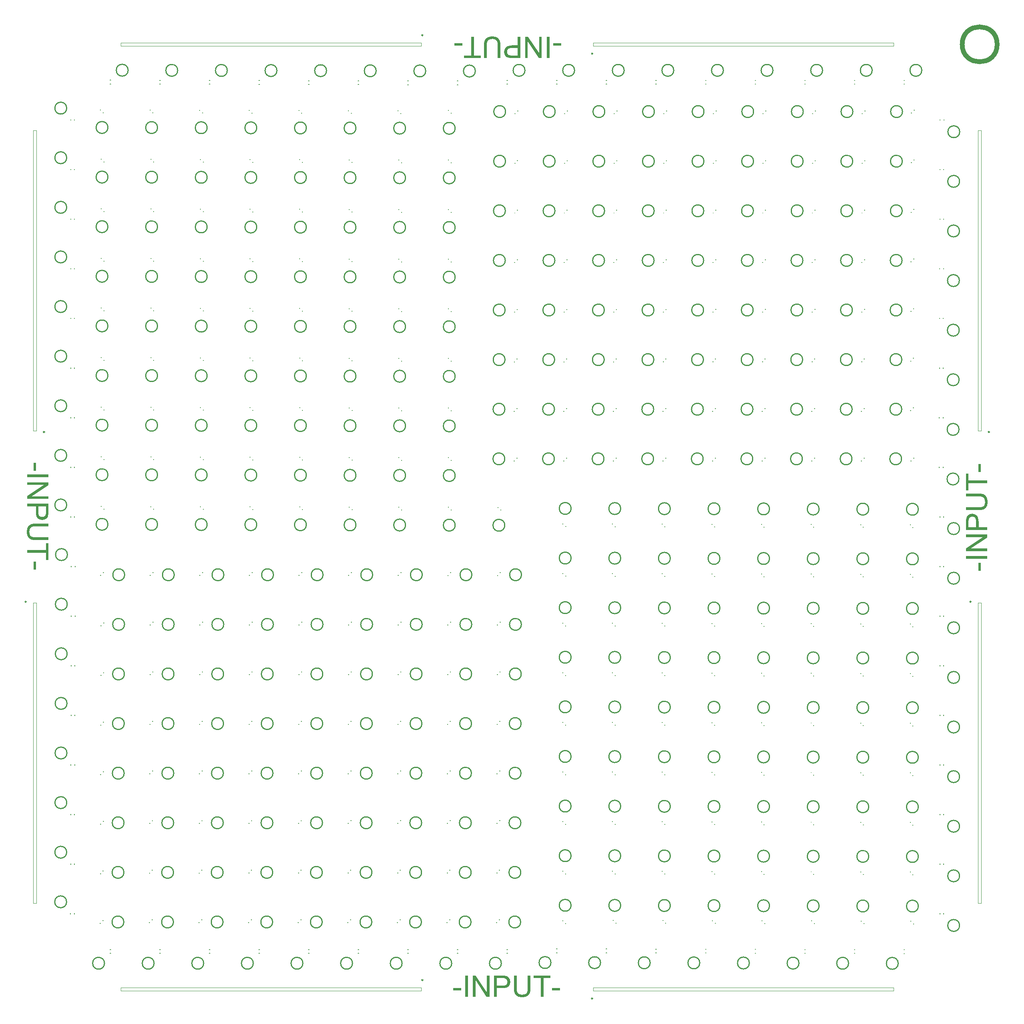
<source format=gto>
G04 Layer_Color=65535*
%FSLAX25Y25*%
%MOIN*%
G70*
G01*
G75*
%ADD17C,0.00787*%
%ADD23C,0.01000*%
%ADD24C,0.03937*%
%ADD25C,0.00984*%
%ADD26C,0.00000*%
G36*
X19460Y-392558D02*
Y-392572D01*
Y-392585D01*
Y-392626D01*
Y-392680D01*
Y-392816D01*
X19447Y-392993D01*
Y-393224D01*
X19433Y-393482D01*
X19406Y-393767D01*
X19379Y-394079D01*
X19352Y-394419D01*
X19311Y-394758D01*
X19202Y-395464D01*
X19134Y-395817D01*
X19053Y-396157D01*
X18958Y-396483D01*
X18849Y-396781D01*
Y-396795D01*
X18822Y-396849D01*
X18781Y-396931D01*
X18727Y-397040D01*
X18659Y-397175D01*
X18577Y-397325D01*
X18469Y-397501D01*
X18360Y-397678D01*
X18211Y-397882D01*
X18061Y-398085D01*
X17885Y-398303D01*
X17681Y-398506D01*
X17464Y-398724D01*
X17220Y-398927D01*
X16961Y-399131D01*
X16676Y-399321D01*
X16663Y-399335D01*
X16608Y-399362D01*
X16513Y-399416D01*
X16391Y-399470D01*
X16242Y-399552D01*
X16052Y-399633D01*
X15834Y-399715D01*
X15576Y-399810D01*
X15291Y-399905D01*
X14992Y-399986D01*
X14653Y-400068D01*
X14286Y-400149D01*
X13892Y-400204D01*
X13471Y-400258D01*
X13023Y-400285D01*
X12562Y-400299D01*
X12317D01*
X12154Y-400285D01*
X11937Y-400272D01*
X11692Y-400258D01*
X11421Y-400231D01*
X11122Y-400190D01*
X10810Y-400149D01*
X10484Y-400095D01*
X10144Y-400027D01*
X9805Y-399946D01*
X9465Y-399851D01*
X9126Y-399728D01*
X8813Y-399606D01*
X8501Y-399457D01*
X8488Y-399443D01*
X8433Y-399416D01*
X8352Y-399362D01*
X8243Y-399294D01*
X8121Y-399212D01*
X7971Y-399104D01*
X7808Y-398968D01*
X7632Y-398832D01*
X7442Y-398656D01*
X7265Y-398479D01*
X7075Y-398275D01*
X6885Y-398058D01*
X6708Y-397814D01*
X6546Y-397556D01*
X6383Y-397284D01*
X6247Y-396985D01*
X6233Y-396972D01*
X6220Y-396904D01*
X6193Y-396822D01*
X6138Y-396687D01*
X6097Y-396523D01*
X6043Y-396320D01*
X5975Y-396089D01*
X5921Y-395817D01*
X5853Y-395519D01*
X5799Y-395193D01*
X5731Y-394826D01*
X5690Y-394432D01*
X5649Y-394011D01*
X5609Y-393549D01*
X5595Y-393074D01*
X5581Y-392558D01*
Y-382360D01*
X7917D01*
Y-392545D01*
Y-392572D01*
Y-392640D01*
Y-392762D01*
X7931Y-392925D01*
Y-393115D01*
X7944Y-393332D01*
X7958Y-393563D01*
X7971Y-393835D01*
X8026Y-394378D01*
X8094Y-394948D01*
X8148Y-395220D01*
X8202Y-395478D01*
X8270Y-395722D01*
X8338Y-395940D01*
Y-395953D01*
X8365Y-395980D01*
X8379Y-396048D01*
X8420Y-396116D01*
X8474Y-396211D01*
X8528Y-396320D01*
X8678Y-396551D01*
X8881Y-396822D01*
X9139Y-397108D01*
X9275Y-397243D01*
X9438Y-397365D01*
X9615Y-397501D01*
X9805Y-397610D01*
X9818D01*
X9859Y-397637D01*
X9913Y-397664D01*
X9995Y-397705D01*
X10090Y-397746D01*
X10212Y-397800D01*
X10362Y-397841D01*
X10511Y-397895D01*
X10688Y-397949D01*
X10891Y-398004D01*
X11095Y-398058D01*
X11326Y-398099D01*
X11557Y-398140D01*
X11815Y-398167D01*
X12086Y-398180D01*
X12358Y-398194D01*
X12466D01*
X12602Y-398180D01*
X12779D01*
X12982Y-398153D01*
X13227Y-398126D01*
X13498Y-398099D01*
X13784Y-398044D01*
X14083Y-397990D01*
X14381Y-397909D01*
X14694Y-397814D01*
X14992Y-397705D01*
X15278Y-397569D01*
X15549Y-397420D01*
X15807Y-397243D01*
X16024Y-397040D01*
X16038Y-397026D01*
X16079Y-396985D01*
X16133Y-396904D01*
X16201Y-396809D01*
X16282Y-396673D01*
X16377Y-396496D01*
X16473Y-396279D01*
X16581Y-396035D01*
X16676Y-395749D01*
X16771Y-395424D01*
X16866Y-395057D01*
X16948Y-394650D01*
X17029Y-394188D01*
X17084Y-393699D01*
X17111Y-393142D01*
X17124Y-392545D01*
Y-382360D01*
X19460D01*
Y-392558D01*
D02*
G37*
G36*
X36014Y-384437D02*
X30175D01*
Y-400000D01*
X27839D01*
Y-384437D01*
X22027D01*
Y-382360D01*
X36014D01*
Y-384437D01*
D02*
G37*
G36*
X-3653Y-382373D02*
X-3463D01*
X-3259Y-382387D01*
X-2825Y-382400D01*
X-2376Y-382428D01*
X-1956Y-382482D01*
X-1752Y-382509D01*
X-1575Y-382536D01*
X-1562D01*
X-1521Y-382550D01*
X-1453Y-382563D01*
X-1358Y-382577D01*
X-1249Y-382604D01*
X-1114Y-382631D01*
X-964Y-382672D01*
X-815Y-382726D01*
X-462Y-382835D01*
X-109Y-382971D01*
X258Y-383147D01*
X611Y-383365D01*
X625D01*
X652Y-383392D01*
X693Y-383432D01*
X760Y-383473D01*
X924Y-383609D01*
X1114Y-383799D01*
X1344Y-384044D01*
X1575Y-384329D01*
X1806Y-384668D01*
X2023Y-385062D01*
Y-385076D01*
X2051Y-385116D01*
X2078Y-385171D01*
X2105Y-385252D01*
X2146Y-385361D01*
X2200Y-385483D01*
X2241Y-385619D01*
X2295Y-385768D01*
X2349Y-385945D01*
X2390Y-386135D01*
X2485Y-386542D01*
X2540Y-386990D01*
X2567Y-387466D01*
Y-387493D01*
Y-387561D01*
X2553Y-387683D01*
X2540Y-387846D01*
X2526Y-388036D01*
X2485Y-388267D01*
X2444Y-388511D01*
X2390Y-388783D01*
X2309Y-389082D01*
X2214Y-389394D01*
X2105Y-389706D01*
X1956Y-390032D01*
X1793Y-390345D01*
X1602Y-390670D01*
X1385Y-390983D01*
X1127Y-391282D01*
X1114Y-391295D01*
X1059Y-391350D01*
X978Y-391417D01*
X842Y-391526D01*
X679Y-391635D01*
X475Y-391771D01*
X231Y-391906D01*
X-54Y-392056D01*
X-380Y-392205D01*
X-760Y-392341D01*
X-1182Y-392477D01*
X-1657Y-392585D01*
X-2173Y-392680D01*
X-2743Y-392762D01*
X-3368Y-392816D01*
X-3707Y-392830D01*
X-8569D01*
Y-400000D01*
X-10905D01*
Y-382360D01*
X-3816D01*
X-3653Y-382373D01*
D02*
G37*
G36*
X-14829Y-400000D02*
X-17233D01*
X-26495Y-386162D01*
Y-400000D01*
X-28735D01*
Y-382360D01*
X-26345D01*
X-17070Y-396211D01*
Y-382360D01*
X-14829D01*
Y-400000D01*
D02*
G37*
G36*
X-392531Y-43931D02*
X-394704D01*
Y-37277D01*
X-392531D01*
Y-43931D01*
D02*
G37*
G36*
X43931Y-394704D02*
X37277D01*
Y-392531D01*
X43931D01*
Y-394704D01*
D02*
G37*
G36*
X-38228D02*
X-44882D01*
Y-392531D01*
X-38228D01*
Y-394704D01*
D02*
G37*
G36*
X-32823Y-400000D02*
X-35159D01*
Y-382360D01*
X-32823D01*
Y-400000D01*
D02*
G37*
G36*
X400000Y-17233D02*
X386162Y-26495D01*
X400000D01*
Y-28735D01*
X382360D01*
Y-26345D01*
X396211Y-17070D01*
X382360D01*
Y-14829D01*
X400000D01*
Y-17233D01*
D02*
G37*
G36*
Y-35159D02*
X382360D01*
Y-32823D01*
X400000D01*
Y-35159D01*
D02*
G37*
G36*
X394704Y-44882D02*
X392531D01*
Y-38228D01*
X394704D01*
Y-44882D01*
D02*
G37*
G36*
X387683Y2553D02*
X387846Y2540D01*
X388036Y2526D01*
X388267Y2485D01*
X388511Y2444D01*
X388783Y2390D01*
X389082Y2309D01*
X389394Y2214D01*
X389706Y2105D01*
X390032Y1956D01*
X390345Y1793D01*
X390670Y1602D01*
X390983Y1385D01*
X391282Y1127D01*
X391295Y1114D01*
X391350Y1059D01*
X391417Y978D01*
X391526Y842D01*
X391635Y679D01*
X391771Y475D01*
X391906Y231D01*
X392056Y-54D01*
X392205Y-380D01*
X392341Y-760D01*
X392477Y-1182D01*
X392585Y-1657D01*
X392680Y-2173D01*
X392762Y-2743D01*
X392816Y-3368D01*
X392830Y-3707D01*
Y-4047D01*
Y-8569D01*
X400000D01*
Y-10905D01*
X382360D01*
Y-4250D01*
Y-4237D01*
Y-4169D01*
Y-4088D01*
Y-3965D01*
Y-3816D01*
X382373Y-3653D01*
Y-3463D01*
X382387Y-3259D01*
X382400Y-2825D01*
X382428Y-2376D01*
X382482Y-1956D01*
X382509Y-1752D01*
X382536Y-1575D01*
Y-1562D01*
X382550Y-1521D01*
X382563Y-1453D01*
X382577Y-1358D01*
X382604Y-1249D01*
X382631Y-1114D01*
X382672Y-964D01*
X382726Y-815D01*
X382835Y-462D01*
X382971Y-109D01*
X383147Y258D01*
X383365Y611D01*
Y625D01*
X383392Y652D01*
X383432Y693D01*
X383473Y760D01*
X383609Y924D01*
X383799Y1114D01*
X384044Y1344D01*
X384329Y1575D01*
X384668Y1806D01*
X385062Y2023D01*
X385076D01*
X385116Y2051D01*
X385171Y2078D01*
X385252Y2105D01*
X385361Y2146D01*
X385483Y2200D01*
X385619Y2241D01*
X385768Y2295D01*
X385945Y2349D01*
X386135Y2390D01*
X386542Y2485D01*
X386990Y2540D01*
X387466Y2567D01*
X387561D01*
X387683Y2553D01*
D02*
G37*
G36*
X394704Y37277D02*
X392531D01*
Y43931D01*
X394704D01*
Y37277D01*
D02*
G37*
G36*
X384437Y30175D02*
X400000D01*
Y27839D01*
X384437D01*
Y22027D01*
X382360D01*
Y36014D01*
X384437D01*
Y30175D01*
D02*
G37*
G36*
X392993Y19447D02*
X393224D01*
X393482Y19433D01*
X393767Y19406D01*
X394079Y19379D01*
X394419Y19352D01*
X394758Y19311D01*
X395464Y19202D01*
X395817Y19134D01*
X396157Y19053D01*
X396483Y18958D01*
X396781Y18849D01*
X396795D01*
X396849Y18822D01*
X396931Y18781D01*
X397040Y18727D01*
X397175Y18659D01*
X397325Y18577D01*
X397501Y18469D01*
X397678Y18360D01*
X397882Y18211D01*
X398085Y18061D01*
X398303Y17885D01*
X398506Y17681D01*
X398724Y17464D01*
X398927Y17220D01*
X399131Y16961D01*
X399321Y16676D01*
X399335Y16663D01*
X399362Y16608D01*
X399416Y16513D01*
X399470Y16391D01*
X399552Y16242D01*
X399633Y16052D01*
X399715Y15834D01*
X399810Y15576D01*
X399905Y15291D01*
X399986Y14992D01*
X400068Y14653D01*
X400149Y14286D01*
X400204Y13892D01*
X400258Y13471D01*
X400285Y13023D01*
X400299Y12562D01*
Y12534D01*
Y12453D01*
Y12317D01*
X400285Y12154D01*
X400272Y11937D01*
X400258Y11692D01*
X400231Y11421D01*
X400190Y11122D01*
X400149Y10810D01*
X400095Y10484D01*
X400027Y10144D01*
X399946Y9805D01*
X399851Y9465D01*
X399728Y9126D01*
X399606Y8813D01*
X399457Y8501D01*
X399443Y8488D01*
X399416Y8433D01*
X399362Y8352D01*
X399294Y8243D01*
X399212Y8121D01*
X399104Y7971D01*
X398968Y7808D01*
X398832Y7632D01*
X398656Y7442D01*
X398479Y7265D01*
X398275Y7075D01*
X398058Y6885D01*
X397814Y6708D01*
X397556Y6546D01*
X397284Y6383D01*
X396985Y6247D01*
X396972Y6233D01*
X396904Y6220D01*
X396822Y6193D01*
X396687Y6138D01*
X396523Y6097D01*
X396320Y6043D01*
X396089Y5975D01*
X395817Y5921D01*
X395519Y5853D01*
X395193Y5799D01*
X394826Y5731D01*
X394432Y5690D01*
X394011Y5649D01*
X393549Y5609D01*
X393074Y5595D01*
X392558Y5581D01*
X382360D01*
Y7917D01*
X392762D01*
X392925Y7931D01*
X393115D01*
X393332Y7944D01*
X393563Y7958D01*
X393835Y7971D01*
X394378Y8026D01*
X394948Y8094D01*
X395220Y8148D01*
X395478Y8202D01*
X395722Y8270D01*
X395940Y8338D01*
X395953D01*
X395980Y8365D01*
X396048Y8379D01*
X396116Y8420D01*
X396211Y8474D01*
X396320Y8528D01*
X396551Y8678D01*
X396822Y8881D01*
X397108Y9139D01*
X397243Y9275D01*
X397365Y9438D01*
X397501Y9615D01*
X397610Y9805D01*
Y9818D01*
X397637Y9859D01*
X397664Y9913D01*
X397705Y9995D01*
X397746Y10090D01*
X397800Y10212D01*
X397841Y10362D01*
X397895Y10511D01*
X397949Y10688D01*
X398004Y10891D01*
X398058Y11095D01*
X398099Y11326D01*
X398140Y11557D01*
X398167Y11815D01*
X398180Y12086D01*
X398194Y12358D01*
Y12371D01*
Y12385D01*
Y12466D01*
X398180Y12602D01*
Y12779D01*
X398153Y12982D01*
X398126Y13227D01*
X398099Y13498D01*
X398044Y13784D01*
X397990Y14083D01*
X397909Y14381D01*
X397814Y14694D01*
X397705Y14992D01*
X397569Y15278D01*
X397420Y15549D01*
X397243Y15807D01*
X397040Y16024D01*
X397026Y16038D01*
X396985Y16079D01*
X396904Y16133D01*
X396809Y16201D01*
X396673Y16282D01*
X396496Y16377D01*
X396279Y16473D01*
X396035Y16581D01*
X395749Y16676D01*
X395424Y16771D01*
X395057Y16866D01*
X394650Y16948D01*
X394188Y17029D01*
X393699Y17084D01*
X393142Y17111D01*
X392545Y17124D01*
X382360D01*
Y19460D01*
X392816D01*
X392993Y19447D01*
D02*
G37*
G36*
X10905Y382360D02*
X3816D01*
X3653Y382373D01*
X3463D01*
X3259Y382387D01*
X2825Y382400D01*
X2376Y382428D01*
X1956Y382482D01*
X1752Y382509D01*
X1575Y382536D01*
X1562D01*
X1521Y382550D01*
X1453Y382563D01*
X1358Y382577D01*
X1249Y382604D01*
X1114Y382631D01*
X964Y382672D01*
X815Y382726D01*
X462Y382835D01*
X109Y382971D01*
X-258Y383147D01*
X-611Y383365D01*
X-625D01*
X-652Y383392D01*
X-693Y383432D01*
X-760Y383473D01*
X-924Y383609D01*
X-1114Y383799D01*
X-1344Y384044D01*
X-1575Y384329D01*
X-1806Y384668D01*
X-2023Y385062D01*
Y385076D01*
X-2051Y385116D01*
X-2078Y385171D01*
X-2105Y385252D01*
X-2146Y385361D01*
X-2200Y385483D01*
X-2241Y385619D01*
X-2295Y385768D01*
X-2349Y385945D01*
X-2390Y386135D01*
X-2485Y386542D01*
X-2540Y386990D01*
X-2567Y387466D01*
Y387493D01*
Y387561D01*
X-2553Y387683D01*
X-2540Y387846D01*
X-2526Y388036D01*
X-2485Y388267D01*
X-2444Y388511D01*
X-2390Y388783D01*
X-2309Y389082D01*
X-2214Y389394D01*
X-2105Y389706D01*
X-1956Y390032D01*
X-1793Y390345D01*
X-1602Y390670D01*
X-1385Y390983D01*
X-1127Y391282D01*
X-1114Y391295D01*
X-1059Y391350D01*
X-978Y391417D01*
X-842Y391526D01*
X-679Y391635D01*
X-475Y391771D01*
X-231Y391906D01*
X54Y392056D01*
X380Y392205D01*
X760Y392341D01*
X1182Y392477D01*
X1657Y392585D01*
X2173Y392680D01*
X2743Y392762D01*
X3368Y392816D01*
X3707Y392830D01*
X8569D01*
Y400000D01*
X10905D01*
Y382360D01*
D02*
G37*
G36*
X-12154Y400285D02*
X-11937Y400272D01*
X-11692Y400258D01*
X-11421Y400231D01*
X-11122Y400190D01*
X-10810Y400149D01*
X-10484Y400095D01*
X-10144Y400027D01*
X-9805Y399946D01*
X-9465Y399851D01*
X-9126Y399728D01*
X-8813Y399606D01*
X-8501Y399457D01*
X-8488Y399443D01*
X-8433Y399416D01*
X-8352Y399362D01*
X-8243Y399294D01*
X-8121Y399212D01*
X-7971Y399104D01*
X-7808Y398968D01*
X-7632Y398832D01*
X-7442Y398656D01*
X-7265Y398479D01*
X-7075Y398275D01*
X-6885Y398058D01*
X-6708Y397814D01*
X-6546Y397556D01*
X-6383Y397284D01*
X-6247Y396985D01*
X-6233Y396972D01*
X-6220Y396904D01*
X-6193Y396822D01*
X-6138Y396687D01*
X-6097Y396523D01*
X-6043Y396320D01*
X-5975Y396089D01*
X-5921Y395817D01*
X-5853Y395519D01*
X-5799Y395193D01*
X-5731Y394826D01*
X-5690Y394432D01*
X-5649Y394011D01*
X-5609Y393549D01*
X-5595Y393074D01*
X-5581Y392558D01*
Y382360D01*
X-7917D01*
Y392545D01*
Y392572D01*
Y392640D01*
Y392762D01*
X-7931Y392925D01*
Y393115D01*
X-7944Y393332D01*
X-7958Y393563D01*
X-7971Y393835D01*
X-8026Y394378D01*
X-8094Y394948D01*
X-8148Y395220D01*
X-8202Y395478D01*
X-8270Y395722D01*
X-8338Y395940D01*
Y395953D01*
X-8365Y395980D01*
X-8379Y396048D01*
X-8420Y396116D01*
X-8474Y396211D01*
X-8528Y396320D01*
X-8678Y396551D01*
X-8881Y396822D01*
X-9139Y397108D01*
X-9275Y397243D01*
X-9438Y397365D01*
X-9615Y397501D01*
X-9805Y397610D01*
X-9818D01*
X-9859Y397637D01*
X-9913Y397664D01*
X-9995Y397705D01*
X-10090Y397746D01*
X-10212Y397800D01*
X-10362Y397841D01*
X-10511Y397895D01*
X-10688Y397949D01*
X-10891Y398004D01*
X-11095Y398058D01*
X-11326Y398099D01*
X-11557Y398140D01*
X-11815Y398167D01*
X-12086Y398180D01*
X-12358Y398194D01*
X-12466D01*
X-12602Y398180D01*
X-12779D01*
X-12982Y398153D01*
X-13227Y398126D01*
X-13498Y398099D01*
X-13784Y398044D01*
X-14083Y397990D01*
X-14381Y397909D01*
X-14694Y397814D01*
X-14992Y397705D01*
X-15278Y397569D01*
X-15549Y397420D01*
X-15807Y397243D01*
X-16024Y397040D01*
X-16038Y397026D01*
X-16079Y396985D01*
X-16133Y396904D01*
X-16201Y396809D01*
X-16282Y396673D01*
X-16377Y396496D01*
X-16473Y396279D01*
X-16581Y396035D01*
X-16676Y395749D01*
X-16771Y395424D01*
X-16866Y395057D01*
X-16948Y394650D01*
X-17029Y394188D01*
X-17084Y393699D01*
X-17111Y393142D01*
X-17124Y392545D01*
Y382360D01*
X-19460D01*
Y392558D01*
Y392572D01*
Y392585D01*
Y392626D01*
Y392680D01*
Y392816D01*
X-19447Y392993D01*
Y393224D01*
X-19433Y393482D01*
X-19406Y393767D01*
X-19379Y394079D01*
X-19352Y394419D01*
X-19311Y394758D01*
X-19202Y395464D01*
X-19134Y395817D01*
X-19053Y396157D01*
X-18958Y396483D01*
X-18849Y396781D01*
Y396795D01*
X-18822Y396849D01*
X-18781Y396931D01*
X-18727Y397040D01*
X-18659Y397175D01*
X-18577Y397325D01*
X-18469Y397501D01*
X-18360Y397678D01*
X-18211Y397882D01*
X-18061Y398085D01*
X-17885Y398303D01*
X-17681Y398506D01*
X-17464Y398724D01*
X-17220Y398927D01*
X-16961Y399131D01*
X-16676Y399321D01*
X-16663Y399335D01*
X-16608Y399362D01*
X-16513Y399416D01*
X-16391Y399470D01*
X-16242Y399552D01*
X-16052Y399633D01*
X-15834Y399715D01*
X-15576Y399810D01*
X-15291Y399905D01*
X-14992Y399986D01*
X-14653Y400068D01*
X-14286Y400149D01*
X-13892Y400204D01*
X-13471Y400258D01*
X-13023Y400285D01*
X-12562Y400299D01*
X-12317D01*
X-12154Y400285D01*
D02*
G37*
G36*
X-27839Y384437D02*
X-22027D01*
Y382360D01*
X-36014D01*
Y384437D01*
X-30175D01*
Y400000D01*
X-27839D01*
Y384437D01*
D02*
G37*
G36*
X35159Y382360D02*
X32823D01*
Y400000D01*
X35159D01*
Y382360D01*
D02*
G37*
G36*
X44882Y392531D02*
X38228D01*
Y394704D01*
X44882D01*
Y392531D01*
D02*
G37*
G36*
X-37277D02*
X-43931D01*
Y394704D01*
X-37277D01*
Y392531D01*
D02*
G37*
G36*
X28735Y382360D02*
X26345D01*
X17070Y396211D01*
Y382360D01*
X14829D01*
Y400000D01*
X17233D01*
X26495Y386162D01*
Y400000D01*
X28735D01*
Y382360D01*
D02*
G37*
G36*
X-392531Y38228D02*
X-394704D01*
Y44882D01*
X-392531D01*
Y38228D01*
D02*
G37*
G36*
X-382360Y4250D02*
Y4237D01*
Y4169D01*
Y4088D01*
Y3965D01*
Y3816D01*
X-382373Y3653D01*
Y3463D01*
X-382387Y3259D01*
X-382400Y2825D01*
X-382428Y2376D01*
X-382482Y1956D01*
X-382509Y1752D01*
X-382536Y1575D01*
Y1562D01*
X-382550Y1521D01*
X-382563Y1453D01*
X-382577Y1358D01*
X-382604Y1249D01*
X-382631Y1114D01*
X-382672Y964D01*
X-382726Y815D01*
X-382835Y462D01*
X-382971Y109D01*
X-383147Y-258D01*
X-383365Y-611D01*
Y-625D01*
X-383392Y-652D01*
X-383432Y-693D01*
X-383473Y-760D01*
X-383609Y-924D01*
X-383799Y-1114D01*
X-384044Y-1344D01*
X-384329Y-1575D01*
X-384668Y-1806D01*
X-385062Y-2023D01*
X-385076D01*
X-385116Y-2051D01*
X-385171Y-2078D01*
X-385252Y-2105D01*
X-385361Y-2146D01*
X-385483Y-2200D01*
X-385619Y-2241D01*
X-385768Y-2295D01*
X-385945Y-2349D01*
X-386135Y-2390D01*
X-386542Y-2485D01*
X-386990Y-2540D01*
X-387466Y-2567D01*
X-387561D01*
X-387683Y-2553D01*
X-387846Y-2540D01*
X-388036Y-2526D01*
X-388267Y-2485D01*
X-388511Y-2444D01*
X-388783Y-2390D01*
X-389082Y-2309D01*
X-389394Y-2214D01*
X-389706Y-2105D01*
X-390032Y-1956D01*
X-390345Y-1793D01*
X-390670Y-1602D01*
X-390983Y-1385D01*
X-391282Y-1127D01*
X-391295Y-1114D01*
X-391350Y-1059D01*
X-391417Y-978D01*
X-391526Y-842D01*
X-391635Y-679D01*
X-391771Y-475D01*
X-391906Y-231D01*
X-392056Y54D01*
X-392205Y380D01*
X-392341Y760D01*
X-392477Y1182D01*
X-392585Y1657D01*
X-392680Y2173D01*
X-392762Y2743D01*
X-392816Y3368D01*
X-392830Y3707D01*
Y4047D01*
Y8569D01*
X-400000D01*
Y10905D01*
X-382360D01*
Y4250D01*
D02*
G37*
G36*
Y-7917D02*
X-392762D01*
X-392925Y-7931D01*
X-393115D01*
X-393332Y-7944D01*
X-393563Y-7958D01*
X-393835Y-7971D01*
X-394378Y-8026D01*
X-394948Y-8094D01*
X-395220Y-8148D01*
X-395478Y-8202D01*
X-395722Y-8270D01*
X-395940Y-8338D01*
X-395953D01*
X-395980Y-8365D01*
X-396048Y-8379D01*
X-396116Y-8420D01*
X-396211Y-8474D01*
X-396320Y-8528D01*
X-396551Y-8678D01*
X-396822Y-8881D01*
X-397108Y-9139D01*
X-397243Y-9275D01*
X-397365Y-9438D01*
X-397501Y-9615D01*
X-397610Y-9805D01*
Y-9818D01*
X-397637Y-9859D01*
X-397664Y-9913D01*
X-397705Y-9995D01*
X-397746Y-10090D01*
X-397800Y-10212D01*
X-397841Y-10362D01*
X-397895Y-10511D01*
X-397949Y-10688D01*
X-398004Y-10891D01*
X-398058Y-11095D01*
X-398099Y-11326D01*
X-398140Y-11557D01*
X-398167Y-11815D01*
X-398180Y-12086D01*
X-398194Y-12358D01*
Y-12371D01*
Y-12385D01*
Y-12466D01*
X-398180Y-12602D01*
Y-12779D01*
X-398153Y-12982D01*
X-398126Y-13227D01*
X-398099Y-13498D01*
X-398044Y-13784D01*
X-397990Y-14083D01*
X-397909Y-14381D01*
X-397814Y-14694D01*
X-397705Y-14992D01*
X-397569Y-15278D01*
X-397420Y-15549D01*
X-397243Y-15807D01*
X-397040Y-16024D01*
X-397026Y-16038D01*
X-396985Y-16079D01*
X-396904Y-16133D01*
X-396809Y-16201D01*
X-396673Y-16282D01*
X-396496Y-16377D01*
X-396279Y-16473D01*
X-396035Y-16581D01*
X-395749Y-16676D01*
X-395424Y-16771D01*
X-395057Y-16866D01*
X-394650Y-16948D01*
X-394188Y-17029D01*
X-393699Y-17084D01*
X-393142Y-17111D01*
X-392545Y-17124D01*
X-382360D01*
Y-19460D01*
X-392816D01*
X-392993Y-19447D01*
X-393224D01*
X-393482Y-19433D01*
X-393767Y-19406D01*
X-394079Y-19379D01*
X-394419Y-19352D01*
X-394758Y-19311D01*
X-395464Y-19202D01*
X-395817Y-19134D01*
X-396157Y-19053D01*
X-396483Y-18958D01*
X-396781Y-18849D01*
X-396795D01*
X-396849Y-18822D01*
X-396931Y-18781D01*
X-397040Y-18727D01*
X-397175Y-18659D01*
X-397325Y-18577D01*
X-397501Y-18469D01*
X-397678Y-18360D01*
X-397882Y-18211D01*
X-398085Y-18061D01*
X-398303Y-17885D01*
X-398506Y-17681D01*
X-398724Y-17464D01*
X-398927Y-17220D01*
X-399131Y-16961D01*
X-399321Y-16676D01*
X-399335Y-16663D01*
X-399362Y-16608D01*
X-399416Y-16513D01*
X-399470Y-16391D01*
X-399552Y-16242D01*
X-399633Y-16052D01*
X-399715Y-15834D01*
X-399810Y-15576D01*
X-399905Y-15291D01*
X-399986Y-14992D01*
X-400068Y-14653D01*
X-400149Y-14286D01*
X-400204Y-13892D01*
X-400258Y-13471D01*
X-400285Y-13023D01*
X-400299Y-12562D01*
Y-12534D01*
Y-12453D01*
Y-12317D01*
X-400285Y-12154D01*
X-400272Y-11937D01*
X-400258Y-11692D01*
X-400231Y-11421D01*
X-400190Y-11122D01*
X-400149Y-10810D01*
X-400095Y-10484D01*
X-400027Y-10144D01*
X-399946Y-9805D01*
X-399851Y-9465D01*
X-399728Y-9126D01*
X-399606Y-8813D01*
X-399457Y-8501D01*
X-399443Y-8488D01*
X-399416Y-8433D01*
X-399362Y-8352D01*
X-399294Y-8243D01*
X-399212Y-8121D01*
X-399104Y-7971D01*
X-398968Y-7808D01*
X-398832Y-7632D01*
X-398656Y-7442D01*
X-398479Y-7265D01*
X-398275Y-7075D01*
X-398058Y-6885D01*
X-397814Y-6708D01*
X-397556Y-6546D01*
X-397284Y-6383D01*
X-396985Y-6247D01*
X-396972Y-6233D01*
X-396904Y-6220D01*
X-396822Y-6193D01*
X-396687Y-6138D01*
X-396523Y-6097D01*
X-396320Y-6043D01*
X-396089Y-5975D01*
X-395817Y-5921D01*
X-395519Y-5853D01*
X-395193Y-5799D01*
X-394826Y-5731D01*
X-394432Y-5690D01*
X-394011Y-5649D01*
X-393549Y-5609D01*
X-393074Y-5595D01*
X-392558Y-5581D01*
X-382360D01*
Y-7917D01*
D02*
G37*
G36*
Y-36014D02*
X-384437D01*
Y-30175D01*
X-400000D01*
Y-27839D01*
X-384437D01*
Y-22027D01*
X-382360D01*
Y-36014D01*
D02*
G37*
G36*
Y32823D02*
X-400000D01*
Y35159D01*
X-382360D01*
Y32823D01*
D02*
G37*
G36*
Y26345D02*
X-396211Y17070D01*
X-382360D01*
Y14829D01*
X-400000D01*
Y17233D01*
X-386162Y26495D01*
X-400000D01*
Y28735D01*
X-382360D01*
Y26345D01*
D02*
G37*
%LPC*%
G36*
X-3504Y-384437D02*
X-8569D01*
Y-390752D01*
X-3789D01*
X-3639Y-390738D01*
X-3449Y-390725D01*
X-3246Y-390711D01*
X-3015Y-390684D01*
X-2757Y-390643D01*
X-2227Y-390548D01*
X-1969Y-390480D01*
X-1698Y-390399D01*
X-1453Y-390304D01*
X-1209Y-390182D01*
X-991Y-390059D01*
X-801Y-389910D01*
X-788Y-389896D01*
X-760Y-389869D01*
X-706Y-389829D01*
X-652Y-389761D01*
X-584Y-389666D01*
X-502Y-389557D01*
X-407Y-389435D01*
X-312Y-389299D01*
X-231Y-389136D01*
X-136Y-388960D01*
X-54Y-388769D01*
X14Y-388552D01*
X68Y-388335D01*
X122Y-388090D01*
X149Y-387819D01*
X163Y-387547D01*
Y-387534D01*
Y-387493D01*
Y-387439D01*
X149Y-387357D01*
Y-387262D01*
X136Y-387153D01*
X95Y-386895D01*
X27Y-386596D01*
X-81Y-386271D01*
X-217Y-385958D01*
X-407Y-385646D01*
Y-385632D01*
X-435Y-385605D01*
X-462Y-385564D01*
X-502Y-385524D01*
X-625Y-385388D01*
X-801Y-385225D01*
X-1005Y-385048D01*
X-1263Y-384872D01*
X-1548Y-384722D01*
X-1874Y-384600D01*
X-1901Y-384587D01*
X-1942D01*
X-1996Y-384573D01*
X-2064Y-384559D01*
X-2146Y-384546D01*
X-2254Y-384532D01*
X-2376Y-384519D01*
X-2512Y-384505D01*
X-2675Y-384492D01*
X-2852Y-384478D01*
X-3042Y-384465D01*
X-3273Y-384451D01*
X-3504Y-384437D01*
D02*
G37*
G36*
X387547Y163D02*
X387439D01*
X387357Y149D01*
X387262D01*
X387153Y136D01*
X386895Y95D01*
X386596Y27D01*
X386271Y-81D01*
X385958Y-217D01*
X385646Y-407D01*
X385632D01*
X385605Y-435D01*
X385564Y-462D01*
X385524Y-502D01*
X385388Y-625D01*
X385225Y-801D01*
X385048Y-1005D01*
X384872Y-1263D01*
X384722Y-1548D01*
X384600Y-1874D01*
X384587Y-1901D01*
Y-1942D01*
X384573Y-1996D01*
X384559Y-2064D01*
X384546Y-2146D01*
X384532Y-2254D01*
X384519Y-2376D01*
X384505Y-2512D01*
X384492Y-2675D01*
X384478Y-2852D01*
X384465Y-3042D01*
X384451Y-3273D01*
X384437Y-3504D01*
Y-3775D01*
Y-4060D01*
Y-8569D01*
X390752D01*
Y-4006D01*
Y-3979D01*
Y-3911D01*
Y-3789D01*
X390738Y-3639D01*
X390725Y-3449D01*
X390711Y-3246D01*
X390684Y-3015D01*
X390643Y-2757D01*
X390548Y-2227D01*
X390480Y-1969D01*
X390399Y-1698D01*
X390304Y-1453D01*
X390182Y-1209D01*
X390059Y-991D01*
X389910Y-801D01*
X389896Y-788D01*
X389869Y-760D01*
X389829Y-706D01*
X389761Y-652D01*
X389666Y-584D01*
X389557Y-502D01*
X389435Y-407D01*
X389299Y-312D01*
X389136Y-231D01*
X388960Y-136D01*
X388769Y-54D01*
X388552Y14D01*
X388335Y68D01*
X388090Y122D01*
X387819Y149D01*
X387547Y163D01*
D02*
G37*
G36*
X8569Y390752D02*
X3789D01*
X3639Y390738D01*
X3449Y390725D01*
X3246Y390711D01*
X3015Y390684D01*
X2757Y390643D01*
X2227Y390548D01*
X1969Y390480D01*
X1698Y390399D01*
X1453Y390304D01*
X1209Y390182D01*
X991Y390059D01*
X801Y389910D01*
X788Y389896D01*
X760Y389869D01*
X706Y389829D01*
X652Y389761D01*
X584Y389666D01*
X502Y389557D01*
X407Y389435D01*
X312Y389299D01*
X231Y389136D01*
X136Y388960D01*
X54Y388769D01*
X-14Y388552D01*
X-68Y388335D01*
X-122Y388090D01*
X-149Y387819D01*
X-163Y387547D01*
Y387534D01*
Y387493D01*
Y387439D01*
X-149Y387357D01*
Y387262D01*
X-136Y387153D01*
X-95Y386895D01*
X-27Y386596D01*
X81Y386271D01*
X217Y385958D01*
X407Y385646D01*
Y385632D01*
X435Y385605D01*
X462Y385564D01*
X502Y385524D01*
X625Y385388D01*
X801Y385225D01*
X1005Y385048D01*
X1263Y384872D01*
X1548Y384722D01*
X1874Y384600D01*
X1901Y384587D01*
X1942D01*
X1996Y384573D01*
X2064Y384559D01*
X2146Y384546D01*
X2254Y384532D01*
X2376Y384519D01*
X2512Y384505D01*
X2675Y384492D01*
X2852Y384478D01*
X3042Y384465D01*
X3273Y384451D01*
X3504Y384437D01*
X8569D01*
Y390752D01*
D02*
G37*
G36*
X-384437Y8569D02*
X-390752D01*
Y4006D01*
Y3979D01*
Y3911D01*
Y3789D01*
X-390738Y3639D01*
X-390725Y3449D01*
X-390711Y3246D01*
X-390684Y3015D01*
X-390643Y2757D01*
X-390548Y2227D01*
X-390480Y1969D01*
X-390399Y1698D01*
X-390304Y1453D01*
X-390182Y1209D01*
X-390059Y991D01*
X-389910Y801D01*
X-389896Y788D01*
X-389869Y760D01*
X-389829Y706D01*
X-389761Y652D01*
X-389666Y584D01*
X-389557Y502D01*
X-389435Y407D01*
X-389299Y312D01*
X-389136Y231D01*
X-388960Y136D01*
X-388769Y54D01*
X-388552Y-14D01*
X-388335Y-68D01*
X-388090Y-122D01*
X-387819Y-149D01*
X-387547Y-163D01*
X-387439D01*
X-387357Y-149D01*
X-387262D01*
X-387153Y-136D01*
X-386895Y-95D01*
X-386596Y-27D01*
X-386271Y81D01*
X-385958Y217D01*
X-385646Y407D01*
X-385632D01*
X-385605Y435D01*
X-385564Y462D01*
X-385524Y502D01*
X-385388Y625D01*
X-385225Y801D01*
X-385048Y1005D01*
X-384872Y1263D01*
X-384722Y1548D01*
X-384600Y1874D01*
X-384587Y1901D01*
Y1942D01*
X-384573Y1996D01*
X-384559Y2064D01*
X-384546Y2146D01*
X-384532Y2254D01*
X-384519Y2376D01*
X-384505Y2512D01*
X-384492Y2675D01*
X-384478Y2852D01*
X-384465Y3042D01*
X-384451Y3273D01*
X-384437Y3504D01*
Y3775D01*
Y4060D01*
Y8569D01*
D02*
G37*
%LPD*%
D17*
X-197Y360630D02*
X197D01*
X-197Y363779D02*
X197D01*
X360630Y289173D02*
Y289567D01*
X363779Y289173D02*
Y289567D01*
X338602Y48977D02*
X338880Y48699D01*
X336375Y46750D02*
X336653Y46472D01*
X297263Y48977D02*
X297542Y48699D01*
X295036Y46750D02*
X295315Y46472D01*
X330512Y360630D02*
X330905D01*
X330512Y363779D02*
X330905D01*
X289173Y360630D02*
X289567D01*
X289173Y363779D02*
X289567D01*
X247835Y360630D02*
X248228D01*
X247835Y363779D02*
X248228D01*
X206496Y360630D02*
X206890D01*
X206496Y363779D02*
X206890D01*
X165157Y360630D02*
X165551D01*
X165157Y363779D02*
X165551D01*
X123819Y360630D02*
X124213D01*
X123819Y363779D02*
X124213D01*
X82480Y360630D02*
X82874D01*
X82480Y363779D02*
X82874D01*
X41142Y360630D02*
X41535D01*
X41142Y363779D02*
X41535D01*
X297952Y338347D02*
X298231Y338069D01*
X295725Y336120D02*
X296004Y335842D01*
X338926Y338892D02*
X339204Y338614D01*
X336699Y336665D02*
X336977Y336387D01*
X256614Y338347D02*
X256892Y338069D01*
X254387Y336120D02*
X254665Y335842D01*
X215275Y338347D02*
X215554Y338069D01*
X213048Y336120D02*
X213327Y335842D01*
X173937Y338348D02*
X174215Y338069D01*
X171710Y336120D02*
X171988Y335842D01*
X132598Y338348D02*
X132876Y338069D01*
X130371Y336120D02*
X130649Y335842D01*
X91259Y338348D02*
X91538Y338069D01*
X89032Y336120D02*
X89311Y335842D01*
X49921Y338348D02*
X50199Y338069D01*
X47694Y336120D02*
X47972Y335842D01*
X8582Y338348D02*
X8861Y338069D01*
X6355Y336120D02*
X6634Y335842D01*
X297854Y297009D02*
X298132Y296730D01*
X295627Y294782D02*
X295905Y294503D01*
X338828Y297554D02*
X339106Y297275D01*
X336600Y295327D02*
X336879Y295048D01*
X256515Y297009D02*
X256794Y296730D01*
X254288Y294782D02*
X254567Y294503D01*
X215177Y297009D02*
X215455Y296730D01*
X212950Y294782D02*
X213228Y294503D01*
X173838Y297009D02*
X174117Y296730D01*
X171611Y294782D02*
X171889Y294503D01*
X132500Y297009D02*
X132778Y296730D01*
X130272Y294782D02*
X130551Y294503D01*
X91161Y297009D02*
X91439Y296730D01*
X88934Y294782D02*
X89212Y294503D01*
X49823Y297009D02*
X50101Y296730D01*
X47595Y294782D02*
X47874Y294503D01*
X8484Y297009D02*
X8762Y296730D01*
X6257Y294782D02*
X6535Y294503D01*
X297756Y255670D02*
X298034Y255392D01*
X295528Y253443D02*
X295807Y253165D01*
X338729Y256215D02*
X339008Y255937D01*
X336502Y253988D02*
X336781Y253710D01*
X256417Y255670D02*
X256695Y255392D01*
X254190Y253443D02*
X254468Y253165D01*
X215078Y255670D02*
X215357Y255392D01*
X212851Y253443D02*
X213130Y253165D01*
X173740Y255670D02*
X174018Y255392D01*
X171513Y253443D02*
X171791Y253165D01*
X132401Y255670D02*
X132680Y255392D01*
X130174Y253443D02*
X130453Y253165D01*
X91063Y255670D02*
X91341Y255392D01*
X88836Y253443D02*
X89114Y253165D01*
X49724Y255670D02*
X50002Y255392D01*
X47497Y253443D02*
X47775Y253165D01*
X8386Y255670D02*
X8664Y255392D01*
X6158Y253443D02*
X6437Y253165D01*
X297657Y214332D02*
X297936Y214053D01*
X295430Y212105D02*
X295708Y211826D01*
X338631Y214877D02*
X338909Y214598D01*
X336404Y212649D02*
X336682Y212371D01*
X256318Y214332D02*
X256597Y214053D01*
X254091Y212105D02*
X254370Y211826D01*
X214980Y214332D02*
X215258Y214053D01*
X212753Y212105D02*
X213031Y211826D01*
X173641Y214332D02*
X173920Y214053D01*
X171414Y212105D02*
X171693Y211826D01*
X132303Y214332D02*
X132581Y214053D01*
X130076Y212105D02*
X130354Y211826D01*
X90964Y214332D02*
X91243Y214053D01*
X88737Y212105D02*
X89016Y211826D01*
X49626Y214332D02*
X49904Y214053D01*
X47399Y212105D02*
X47677Y211826D01*
X8287Y214332D02*
X8565Y214053D01*
X6060Y212105D02*
X6338Y211826D01*
X297559Y172993D02*
X297837Y172715D01*
X295332Y170766D02*
X295610Y170488D01*
X338532Y173538D02*
X338811Y173259D01*
X336305Y171311D02*
X336584Y171032D01*
X256220Y172993D02*
X256499Y172715D01*
X253993Y170766D02*
X254271Y170488D01*
X214881Y172993D02*
X215160Y172715D01*
X212654Y170766D02*
X212933Y170488D01*
X173543Y172993D02*
X173821Y172715D01*
X171316Y170766D02*
X171594Y170488D01*
X132204Y172993D02*
X132483Y172715D01*
X129977Y170766D02*
X130256Y170488D01*
X90866Y172993D02*
X91144Y172715D01*
X88639Y170766D02*
X88917Y170488D01*
X49527Y172993D02*
X49806Y172715D01*
X47300Y170766D02*
X47578Y170488D01*
X8189Y172993D02*
X8467Y172715D01*
X5962Y170766D02*
X6240Y170488D01*
X297460Y131655D02*
X297739Y131376D01*
X295233Y129427D02*
X295512Y129149D01*
X338434Y132199D02*
X338712Y131921D01*
X336207Y129972D02*
X336485Y129694D01*
X256122Y131655D02*
X256400Y131376D01*
X253895Y129427D02*
X254173Y129149D01*
X214783Y131655D02*
X215061Y131376D01*
X212556Y129427D02*
X212834Y129149D01*
X173444Y131655D02*
X173723Y131376D01*
X171217Y129427D02*
X171496Y129149D01*
X132106Y131655D02*
X132384Y131376D01*
X129879Y129428D02*
X130157Y129149D01*
X90767Y131655D02*
X91046Y131376D01*
X88540Y129428D02*
X88819Y129149D01*
X49429Y131655D02*
X49707Y131376D01*
X47202Y129428D02*
X47480Y129149D01*
X8090Y131655D02*
X8369Y131376D01*
X5863Y129428D02*
X6142Y129149D01*
X297362Y90316D02*
X297640Y90038D01*
X295135Y88089D02*
X295413Y87810D01*
X338335Y90861D02*
X338614Y90582D01*
X336108Y88634D02*
X336387Y88355D01*
X256023Y90316D02*
X256302Y90038D01*
X253796Y88089D02*
X254075Y87810D01*
X214685Y90316D02*
X214963Y90038D01*
X212458Y88089D02*
X212736Y87810D01*
X173346Y90316D02*
X173625Y90038D01*
X171119Y88089D02*
X171397Y87810D01*
X132008Y90316D02*
X132286Y90038D01*
X129780Y88089D02*
X130059Y87810D01*
X90669Y90316D02*
X90947Y90038D01*
X88442Y88089D02*
X88720Y87810D01*
X49330Y90316D02*
X49609Y90038D01*
X47103Y88089D02*
X47382Y87810D01*
X7992Y90316D02*
X8270Y90038D01*
X5765Y88089D02*
X6043Y87810D01*
X7893Y48977D02*
X8172Y48699D01*
X5666Y46750D02*
X5945Y46472D01*
X49232Y48977D02*
X49510Y48699D01*
X47005Y46750D02*
X47283Y46472D01*
X90571Y48977D02*
X90849Y48699D01*
X88343Y46750D02*
X88622Y46472D01*
X131909Y48977D02*
X132187Y48699D01*
X129682Y46750D02*
X129960Y46472D01*
X173248Y48977D02*
X173526Y48699D01*
X171021Y46750D02*
X171299Y46472D01*
X214586Y48977D02*
X214865Y48699D01*
X212359Y46750D02*
X212637Y46472D01*
X255925Y48977D02*
X256203Y48699D01*
X253698Y46750D02*
X253976Y46472D01*
X360728Y330512D02*
Y330906D01*
X363878Y330512D02*
Y330906D01*
X360039Y41142D02*
Y41535D01*
X363189Y41142D02*
Y41535D01*
X360138Y82480D02*
Y82874D01*
X363287Y82480D02*
Y82874D01*
X360236Y123819D02*
Y124213D01*
X363386Y123819D02*
Y124213D01*
X360335Y165157D02*
Y165551D01*
X363484Y165157D02*
Y165551D01*
X360433Y206496D02*
Y206890D01*
X363583Y206496D02*
Y206890D01*
X360531Y247835D02*
Y248228D01*
X363681Y247835D02*
Y248228D01*
X-248228Y360531D02*
X-247835D01*
X-248228Y363681D02*
X-247835D01*
X-206890Y360433D02*
X-206496D01*
X-206890Y363583D02*
X-206496D01*
X-165551Y360335D02*
X-165157D01*
X-165551Y363484D02*
X-165157D01*
X-124213Y360236D02*
X-123819D01*
X-124213Y363386D02*
X-123819D01*
X-82874Y360138D02*
X-82480D01*
X-82874Y363287D02*
X-82480D01*
X-41535Y360039D02*
X-41142D01*
X-41535Y363189D02*
X-41142D01*
X-330906Y360728D02*
X-330512D01*
X-330906Y363878D02*
X-330512D01*
X-48977Y255925D02*
X-48699Y256203D01*
X-46750Y253698D02*
X-46472Y253976D01*
X-48977Y214586D02*
X-48699Y214865D01*
X-46750Y212359D02*
X-46472Y212637D01*
X-48977Y173248D02*
X-48699Y173526D01*
X-46750Y171021D02*
X-46472Y171299D01*
X-48977Y131909D02*
X-48699Y132187D01*
X-46750Y129682D02*
X-46472Y129960D01*
X-48977Y90571D02*
X-48699Y90849D01*
X-46750Y88343D02*
X-46472Y88622D01*
X-48977Y49232D02*
X-48699Y49510D01*
X-46750Y47005D02*
X-46472Y47283D01*
X-48977Y7893D02*
X-48699Y8172D01*
X-46750Y5666D02*
X-46472Y5945D01*
X-90316Y7992D02*
X-90038Y8270D01*
X-88089Y5765D02*
X-87810Y6043D01*
X-90316Y49330D02*
X-90038Y49609D01*
X-88089Y47103D02*
X-87810Y47382D01*
X-90316Y90669D02*
X-90038Y90947D01*
X-88089Y88442D02*
X-87810Y88720D01*
X-90316Y132008D02*
X-90038Y132286D01*
X-88089Y129780D02*
X-87810Y130059D01*
X-90316Y173346D02*
X-90038Y173625D01*
X-88089Y171119D02*
X-87810Y171397D01*
X-90316Y214685D02*
X-90038Y214963D01*
X-88089Y212458D02*
X-87810Y212736D01*
X-90316Y256023D02*
X-90038Y256302D01*
X-88089Y253796D02*
X-87810Y254075D01*
X-90861Y338335D02*
X-90582Y338614D01*
X-88634Y336108D02*
X-88355Y336387D01*
X-90316Y297362D02*
X-90038Y297640D01*
X-88089Y295135D02*
X-87810Y295413D01*
X-131655Y8090D02*
X-131376Y8369D01*
X-129428Y5863D02*
X-129149Y6142D01*
X-131655Y49429D02*
X-131376Y49707D01*
X-129428Y47202D02*
X-129149Y47480D01*
X-131655Y90767D02*
X-131376Y91046D01*
X-129428Y88540D02*
X-129149Y88819D01*
X-131655Y132106D02*
X-131376Y132384D01*
X-129428Y129879D02*
X-129149Y130157D01*
X-131655Y173444D02*
X-131376Y173723D01*
X-129427Y171217D02*
X-129149Y171496D01*
X-131655Y214783D02*
X-131376Y215061D01*
X-129427Y212556D02*
X-129149Y212834D01*
X-131655Y256122D02*
X-131376Y256400D01*
X-129427Y253895D02*
X-129149Y254173D01*
X-132199Y338434D02*
X-131921Y338712D01*
X-129972Y336207D02*
X-129694Y336485D01*
X-131655Y297460D02*
X-131376Y297739D01*
X-129427Y295233D02*
X-129149Y295512D01*
X-172993Y8189D02*
X-172715Y8467D01*
X-170766Y5962D02*
X-170488Y6240D01*
X-172993Y49527D02*
X-172715Y49806D01*
X-170766Y47300D02*
X-170488Y47578D01*
X-172993Y90866D02*
X-172715Y91144D01*
X-170766Y88639D02*
X-170488Y88917D01*
X-172993Y132204D02*
X-172715Y132483D01*
X-170766Y129977D02*
X-170488Y130256D01*
X-172993Y173543D02*
X-172715Y173821D01*
X-170766Y171316D02*
X-170488Y171594D01*
X-172993Y214881D02*
X-172715Y215160D01*
X-170766Y212654D02*
X-170488Y212933D01*
X-172993Y256220D02*
X-172715Y256499D01*
X-170766Y253993D02*
X-170488Y254271D01*
X-173538Y338532D02*
X-173259Y338811D01*
X-171311Y336305D02*
X-171032Y336584D01*
X-172993Y297559D02*
X-172715Y297837D01*
X-170766Y295332D02*
X-170488Y295610D01*
X-214332Y8287D02*
X-214053Y8565D01*
X-212105Y6060D02*
X-211826Y6338D01*
X-214332Y49626D02*
X-214053Y49904D01*
X-212105Y47399D02*
X-211826Y47677D01*
X-214332Y90964D02*
X-214053Y91243D01*
X-212105Y88737D02*
X-211826Y89016D01*
X-214332Y132303D02*
X-214053Y132581D01*
X-212105Y130076D02*
X-211826Y130354D01*
X-214332Y173641D02*
X-214053Y173920D01*
X-212105Y171414D02*
X-211826Y171693D01*
X-214332Y214980D02*
X-214053Y215258D01*
X-212105Y212753D02*
X-211826Y213031D01*
X-214332Y256318D02*
X-214053Y256597D01*
X-212105Y254091D02*
X-211826Y254370D01*
X-214877Y338631D02*
X-214598Y338909D01*
X-212649Y336404D02*
X-212371Y336682D01*
X-214332Y297657D02*
X-214053Y297936D01*
X-212105Y295430D02*
X-211826Y295708D01*
X-255670Y8386D02*
X-255392Y8664D01*
X-253443Y6158D02*
X-253165Y6437D01*
X-255670Y49724D02*
X-255392Y50002D01*
X-253443Y47497D02*
X-253165Y47775D01*
X-255670Y91063D02*
X-255392Y91341D01*
X-253443Y88836D02*
X-253165Y89114D01*
X-255670Y132401D02*
X-255392Y132680D01*
X-253443Y130174D02*
X-253165Y130453D01*
X-255670Y173740D02*
X-255392Y174018D01*
X-253443Y171513D02*
X-253165Y171791D01*
X-255670Y215078D02*
X-255392Y215357D01*
X-253443Y212851D02*
X-253165Y213130D01*
X-255670Y256417D02*
X-255392Y256695D01*
X-253443Y254190D02*
X-253165Y254468D01*
X-256215Y338729D02*
X-255937Y339008D01*
X-253988Y336502D02*
X-253710Y336781D01*
X-255670Y297756D02*
X-255392Y298034D01*
X-253443Y295528D02*
X-253165Y295807D01*
X-297009Y8484D02*
X-296730Y8762D01*
X-294782Y6257D02*
X-294503Y6535D01*
X-297009Y49823D02*
X-296730Y50101D01*
X-294782Y47595D02*
X-294503Y47874D01*
X-297009Y91161D02*
X-296730Y91439D01*
X-294782Y88934D02*
X-294503Y89212D01*
X-297009Y132500D02*
X-296730Y132778D01*
X-294782Y130272D02*
X-294503Y130551D01*
X-297009Y173838D02*
X-296730Y174117D01*
X-294782Y171611D02*
X-294503Y171889D01*
X-297009Y215177D02*
X-296730Y215455D01*
X-294782Y212950D02*
X-294503Y213228D01*
X-297009Y256515D02*
X-296730Y256794D01*
X-294782Y254288D02*
X-294503Y254567D01*
X-297554Y338828D02*
X-297275Y339106D01*
X-295327Y336600D02*
X-295048Y336879D01*
X-297009Y297854D02*
X-296730Y298132D01*
X-294782Y295627D02*
X-294503Y295905D01*
X-338348Y8582D02*
X-338069Y8861D01*
X-336120Y6355D02*
X-335842Y6634D01*
X-338348Y49921D02*
X-338069Y50199D01*
X-336120Y47694D02*
X-335842Y47972D01*
X-338348Y91259D02*
X-338069Y91538D01*
X-336120Y89032D02*
X-335842Y89311D01*
X-338348Y132598D02*
X-338069Y132876D01*
X-336120Y130371D02*
X-335842Y130649D01*
X-338348Y173937D02*
X-338069Y174215D01*
X-336120Y171710D02*
X-335842Y171988D01*
X-338347Y215275D02*
X-338069Y215554D01*
X-336120Y213048D02*
X-335842Y213327D01*
X-338347Y256614D02*
X-338069Y256892D01*
X-336120Y254387D02*
X-335842Y254665D01*
X-338892Y338926D02*
X-338614Y339204D01*
X-336665Y336699D02*
X-336387Y336977D01*
X-338347Y297952D02*
X-338069Y298231D01*
X-336120Y295725D02*
X-335842Y296004D01*
X-360630Y41142D02*
Y41535D01*
X-363779Y41142D02*
Y41535D01*
X-360630Y82480D02*
Y82874D01*
X-363779Y82480D02*
Y82874D01*
X-360630Y123819D02*
Y124213D01*
X-363779Y123819D02*
Y124213D01*
X-360630Y165157D02*
Y165551D01*
X-363779Y165157D02*
Y165551D01*
X-360630Y206496D02*
Y206890D01*
X-363779Y206496D02*
Y206890D01*
X-360630Y247835D02*
Y248228D01*
X-363779Y247835D02*
Y248228D01*
X-360630Y289173D02*
Y289567D01*
X-363779Y289173D02*
Y289567D01*
X-360630Y330512D02*
Y330905D01*
X-363779Y330512D02*
Y330905D01*
X-48977Y297263D02*
X-48699Y297542D01*
X-46750Y295036D02*
X-46472Y295315D01*
X-48977Y338602D02*
X-48699Y338880D01*
X-46750Y336375D02*
X-46472Y336653D01*
X-289567Y360630D02*
X-289173D01*
X-289567Y363779D02*
X-289173D01*
X-360630Y-197D02*
Y197D01*
X-363779Y-197D02*
Y197D01*
X-360531Y-248228D02*
Y-247835D01*
X-363681Y-248228D02*
Y-247835D01*
X-360433Y-206890D02*
Y-206496D01*
X-363583Y-206890D02*
Y-206496D01*
X-360335Y-165551D02*
Y-165157D01*
X-363484Y-165551D02*
Y-165157D01*
X-360236Y-124213D02*
Y-123819D01*
X-363386Y-124213D02*
Y-123819D01*
X-360138Y-82874D02*
Y-82480D01*
X-363287Y-82874D02*
Y-82480D01*
X-360039Y-41535D02*
Y-41142D01*
X-363189Y-41535D02*
Y-41142D01*
X-360728Y-330906D02*
Y-330512D01*
X-363878Y-330906D02*
Y-330512D01*
X-256203Y-48699D02*
X-255925Y-48977D01*
X-253976Y-46472D02*
X-253698Y-46750D01*
X-214865Y-48699D02*
X-214586Y-48977D01*
X-212637Y-46472D02*
X-212359Y-46750D01*
X-173526Y-48699D02*
X-173248Y-48977D01*
X-171299Y-46472D02*
X-171021Y-46750D01*
X-132187Y-48699D02*
X-131909Y-48977D01*
X-129960Y-46472D02*
X-129682Y-46750D01*
X-90849Y-48699D02*
X-90571Y-48977D01*
X-88622Y-46472D02*
X-88343Y-46750D01*
X-49510Y-48699D02*
X-49232Y-48977D01*
X-47283Y-46472D02*
X-47005Y-46750D01*
X-8172Y-48699D02*
X-7893Y-48977D01*
X-5945Y-46472D02*
X-5666Y-46750D01*
X-8270Y-90038D02*
X-7992Y-90316D01*
X-6043Y-87810D02*
X-5765Y-88089D01*
X-49609Y-90038D02*
X-49330Y-90316D01*
X-47382Y-87810D02*
X-47103Y-88089D01*
X-90947Y-90038D02*
X-90669Y-90316D01*
X-88720Y-87810D02*
X-88442Y-88089D01*
X-132286Y-90038D02*
X-132008Y-90316D01*
X-130059Y-87810D02*
X-129780Y-88089D01*
X-173625Y-90038D02*
X-173346Y-90316D01*
X-171397Y-87810D02*
X-171119Y-88089D01*
X-214963Y-90038D02*
X-214685Y-90316D01*
X-212736Y-87810D02*
X-212458Y-88089D01*
X-256302Y-90038D02*
X-256023Y-90316D01*
X-254075Y-87810D02*
X-253796Y-88089D01*
X-338614Y-90582D02*
X-338335Y-90861D01*
X-336387Y-88355D02*
X-336108Y-88634D01*
X-297640Y-90038D02*
X-297362Y-90316D01*
X-295413Y-87810D02*
X-295135Y-88089D01*
X-8369Y-131376D02*
X-8090Y-131655D01*
X-6142Y-129149D02*
X-5863Y-129428D01*
X-49707Y-131376D02*
X-49429Y-131655D01*
X-47480Y-129149D02*
X-47202Y-129428D01*
X-91046Y-131376D02*
X-90767Y-131655D01*
X-88819Y-129149D02*
X-88540Y-129428D01*
X-132384Y-131376D02*
X-132106Y-131655D01*
X-130157Y-129149D02*
X-129879Y-129428D01*
X-173723Y-131376D02*
X-173444Y-131655D01*
X-171496Y-129149D02*
X-171217Y-129427D01*
X-215061Y-131376D02*
X-214783Y-131655D01*
X-212834Y-129149D02*
X-212556Y-129427D01*
X-256400Y-131376D02*
X-256122Y-131655D01*
X-254173Y-129149D02*
X-253895Y-129427D01*
X-338712Y-131921D02*
X-338434Y-132199D01*
X-336485Y-129694D02*
X-336207Y-129972D01*
X-297739Y-131376D02*
X-297460Y-131655D01*
X-295512Y-129149D02*
X-295233Y-129427D01*
X-8467Y-172715D02*
X-8189Y-172993D01*
X-6240Y-170488D02*
X-5962Y-170766D01*
X-49806Y-172715D02*
X-49527Y-172993D01*
X-47578Y-170488D02*
X-47300Y-170766D01*
X-91144Y-172715D02*
X-90866Y-172993D01*
X-88917Y-170488D02*
X-88639Y-170766D01*
X-132483Y-172715D02*
X-132204Y-172993D01*
X-130256Y-170488D02*
X-129977Y-170766D01*
X-173821Y-172715D02*
X-173543Y-172993D01*
X-171594Y-170488D02*
X-171316Y-170766D01*
X-215160Y-172715D02*
X-214881Y-172993D01*
X-212933Y-170488D02*
X-212654Y-170766D01*
X-256499Y-172715D02*
X-256220Y-172993D01*
X-254271Y-170488D02*
X-253993Y-170766D01*
X-338811Y-173259D02*
X-338532Y-173538D01*
X-336584Y-171032D02*
X-336305Y-171311D01*
X-297837Y-172715D02*
X-297559Y-172993D01*
X-295610Y-170488D02*
X-295332Y-170766D01*
X-8565Y-214053D02*
X-8287Y-214332D01*
X-6338Y-211826D02*
X-6060Y-212105D01*
X-49904Y-214053D02*
X-49626Y-214332D01*
X-47677Y-211826D02*
X-47399Y-212105D01*
X-91243Y-214053D02*
X-90964Y-214332D01*
X-89016Y-211826D02*
X-88737Y-212105D01*
X-132581Y-214053D02*
X-132303Y-214332D01*
X-130354Y-211826D02*
X-130076Y-212105D01*
X-173920Y-214053D02*
X-173641Y-214332D01*
X-171693Y-211826D02*
X-171414Y-212105D01*
X-215258Y-214053D02*
X-214980Y-214332D01*
X-213031Y-211826D02*
X-212753Y-212105D01*
X-256597Y-214053D02*
X-256318Y-214332D01*
X-254370Y-211826D02*
X-254091Y-212105D01*
X-338909Y-214598D02*
X-338631Y-214877D01*
X-336682Y-212371D02*
X-336404Y-212649D01*
X-297936Y-214053D02*
X-297657Y-214332D01*
X-295708Y-211826D02*
X-295430Y-212105D01*
X-8664Y-255392D02*
X-8386Y-255670D01*
X-6437Y-253165D02*
X-6158Y-253443D01*
X-50002Y-255392D02*
X-49724Y-255670D01*
X-47775Y-253165D02*
X-47497Y-253443D01*
X-91341Y-255392D02*
X-91063Y-255670D01*
X-89114Y-253165D02*
X-88836Y-253443D01*
X-132680Y-255392D02*
X-132401Y-255670D01*
X-130453Y-253165D02*
X-130174Y-253443D01*
X-174018Y-255392D02*
X-173740Y-255670D01*
X-171791Y-253165D02*
X-171513Y-253443D01*
X-215357Y-255392D02*
X-215078Y-255670D01*
X-213130Y-253165D02*
X-212851Y-253443D01*
X-256695Y-255392D02*
X-256417Y-255670D01*
X-254468Y-253165D02*
X-254190Y-253443D01*
X-339008Y-255937D02*
X-338729Y-256215D01*
X-336781Y-253710D02*
X-336502Y-253988D01*
X-298034Y-255392D02*
X-297756Y-255670D01*
X-295807Y-253165D02*
X-295528Y-253443D01*
X-8762Y-296730D02*
X-8484Y-297009D01*
X-6535Y-294503D02*
X-6257Y-294782D01*
X-50101Y-296730D02*
X-49823Y-297009D01*
X-47874Y-294503D02*
X-47595Y-294782D01*
X-91439Y-296730D02*
X-91161Y-297009D01*
X-89212Y-294503D02*
X-88934Y-294782D01*
X-132778Y-296730D02*
X-132500Y-297009D01*
X-130551Y-294503D02*
X-130272Y-294782D01*
X-174117Y-296730D02*
X-173838Y-297009D01*
X-171889Y-294503D02*
X-171611Y-294782D01*
X-215455Y-296730D02*
X-215177Y-297009D01*
X-213228Y-294503D02*
X-212950Y-294782D01*
X-256794Y-296730D02*
X-256515Y-297009D01*
X-254567Y-294503D02*
X-254288Y-294782D01*
X-339106Y-297275D02*
X-338828Y-297554D01*
X-336879Y-295048D02*
X-336600Y-295327D01*
X-298132Y-296730D02*
X-297854Y-297009D01*
X-295905Y-294503D02*
X-295627Y-294782D01*
X-8861Y-338069D02*
X-8582Y-338348D01*
X-6634Y-335842D02*
X-6355Y-336120D01*
X-50199Y-338069D02*
X-49921Y-338348D01*
X-47972Y-335842D02*
X-47694Y-336120D01*
X-91538Y-338069D02*
X-91259Y-338348D01*
X-89311Y-335842D02*
X-89032Y-336120D01*
X-132876Y-338069D02*
X-132598Y-338348D01*
X-130649Y-335842D02*
X-130371Y-336120D01*
X-174215Y-338069D02*
X-173937Y-338348D01*
X-171988Y-335842D02*
X-171710Y-336120D01*
X-215554Y-338069D02*
X-215275Y-338347D01*
X-213327Y-335842D02*
X-213048Y-336120D01*
X-256892Y-338069D02*
X-256614Y-338347D01*
X-254665Y-335842D02*
X-254387Y-336120D01*
X-339204Y-338614D02*
X-338926Y-338892D01*
X-336977Y-336387D02*
X-336699Y-336665D01*
X-298231Y-338069D02*
X-297952Y-338347D01*
X-296004Y-335842D02*
X-295725Y-336120D01*
X-41535Y-360630D02*
X-41142D01*
X-41535Y-363779D02*
X-41142D01*
X-82874Y-360630D02*
X-82480D01*
X-82874Y-363779D02*
X-82480D01*
X-124213Y-360630D02*
X-123819D01*
X-124213Y-363779D02*
X-123819D01*
X-165551Y-360630D02*
X-165157D01*
X-165551Y-363779D02*
X-165157D01*
X-206890Y-360630D02*
X-206496D01*
X-206890Y-363779D02*
X-206496D01*
X-248228Y-360630D02*
X-247835D01*
X-248228Y-363779D02*
X-247835D01*
X-289567Y-360630D02*
X-289173D01*
X-289567Y-363779D02*
X-289173D01*
X-330905Y-360630D02*
X-330512D01*
X-330905Y-363779D02*
X-330512D01*
X-297542Y-48699D02*
X-297263Y-48977D01*
X-295315Y-46472D02*
X-295036Y-46750D01*
X-338880Y-48699D02*
X-338602Y-48977D01*
X-336653Y-46472D02*
X-336375Y-46750D01*
X-360630Y-289567D02*
Y-289173D01*
X-363779Y-289567D02*
Y-289173D01*
X-197Y-360630D02*
X197D01*
X-197Y-363779D02*
X197D01*
X247835Y-360531D02*
X248228D01*
X247835Y-363681D02*
X248228D01*
X206496Y-360433D02*
X206890D01*
X206496Y-363583D02*
X206890D01*
X165157Y-360335D02*
X165551D01*
X165157Y-363484D02*
X165551D01*
X123819Y-360236D02*
X124213D01*
X123819Y-363386D02*
X124213D01*
X82480Y-360138D02*
X82874D01*
X82480Y-363287D02*
X82874D01*
X41142Y-360039D02*
X41535D01*
X41142Y-363189D02*
X41535D01*
X330512Y-360728D02*
X330906D01*
X330512Y-363878D02*
X330906D01*
X48699Y-256203D02*
X48977Y-255925D01*
X46472Y-253976D02*
X46750Y-253698D01*
X48699Y-214865D02*
X48977Y-214586D01*
X46472Y-212637D02*
X46750Y-212359D01*
X48699Y-173526D02*
X48977Y-173248D01*
X46472Y-171299D02*
X46750Y-171021D01*
X48699Y-132187D02*
X48977Y-131909D01*
X46472Y-129960D02*
X46750Y-129682D01*
X48699Y-90849D02*
X48977Y-90571D01*
X46472Y-88622D02*
X46750Y-88343D01*
X48699Y-49510D02*
X48977Y-49232D01*
X46472Y-47283D02*
X46750Y-47005D01*
X48699Y-8172D02*
X48977Y-7893D01*
X46472Y-5945D02*
X46750Y-5666D01*
X90038Y-8270D02*
X90316Y-7992D01*
X87810Y-6043D02*
X88089Y-5765D01*
X90038Y-49609D02*
X90316Y-49330D01*
X87810Y-47382D02*
X88089Y-47103D01*
X90038Y-90947D02*
X90316Y-90669D01*
X87810Y-88720D02*
X88089Y-88442D01*
X90038Y-132286D02*
X90316Y-132008D01*
X87810Y-130059D02*
X88089Y-129780D01*
X90038Y-173625D02*
X90316Y-173346D01*
X87810Y-171397D02*
X88089Y-171119D01*
X90038Y-214963D02*
X90316Y-214685D01*
X87810Y-212736D02*
X88089Y-212458D01*
X90038Y-256302D02*
X90316Y-256023D01*
X87810Y-254075D02*
X88089Y-253796D01*
X90582Y-338614D02*
X90861Y-338335D01*
X88355Y-336387D02*
X88634Y-336108D01*
X90038Y-297640D02*
X90316Y-297362D01*
X87810Y-295413D02*
X88089Y-295135D01*
X131376Y-8369D02*
X131655Y-8090D01*
X129149Y-6142D02*
X129428Y-5863D01*
X131376Y-49707D02*
X131655Y-49429D01*
X129149Y-47480D02*
X129428Y-47202D01*
X131376Y-91046D02*
X131655Y-90767D01*
X129149Y-88819D02*
X129428Y-88540D01*
X131376Y-132384D02*
X131655Y-132106D01*
X129149Y-130157D02*
X129428Y-129879D01*
X131376Y-173723D02*
X131655Y-173444D01*
X129149Y-171496D02*
X129427Y-171217D01*
X131376Y-215061D02*
X131655Y-214783D01*
X129149Y-212834D02*
X129427Y-212556D01*
X131376Y-256400D02*
X131655Y-256122D01*
X129149Y-254173D02*
X129427Y-253895D01*
X131921Y-338712D02*
X132199Y-338434D01*
X129694Y-336485D02*
X129972Y-336207D01*
X131376Y-297739D02*
X131655Y-297460D01*
X129149Y-295512D02*
X129427Y-295233D01*
X172715Y-8467D02*
X172993Y-8189D01*
X170488Y-6240D02*
X170766Y-5962D01*
X172715Y-49806D02*
X172993Y-49527D01*
X170488Y-47578D02*
X170766Y-47300D01*
X172715Y-91144D02*
X172993Y-90866D01*
X170488Y-88917D02*
X170766Y-88639D01*
X172715Y-132483D02*
X172993Y-132204D01*
X170488Y-130256D02*
X170766Y-129977D01*
X172715Y-173821D02*
X172993Y-173543D01*
X170488Y-171594D02*
X170766Y-171316D01*
X172715Y-215160D02*
X172993Y-214881D01*
X170488Y-212933D02*
X170766Y-212654D01*
X172715Y-256499D02*
X172993Y-256220D01*
X170488Y-254271D02*
X170766Y-253993D01*
X173259Y-338811D02*
X173538Y-338532D01*
X171032Y-336584D02*
X171311Y-336305D01*
X172715Y-297837D02*
X172993Y-297559D01*
X170488Y-295610D02*
X170766Y-295332D01*
X214053Y-8565D02*
X214332Y-8287D01*
X211826Y-6338D02*
X212105Y-6060D01*
X214053Y-49904D02*
X214332Y-49626D01*
X211826Y-47677D02*
X212105Y-47399D01*
X214053Y-91243D02*
X214332Y-90964D01*
X211826Y-89016D02*
X212105Y-88737D01*
X214053Y-132581D02*
X214332Y-132303D01*
X211826Y-130354D02*
X212105Y-130076D01*
X214053Y-173920D02*
X214332Y-173641D01*
X211826Y-171693D02*
X212105Y-171414D01*
X214053Y-215258D02*
X214332Y-214980D01*
X211826Y-213031D02*
X212105Y-212753D01*
X214053Y-256597D02*
X214332Y-256318D01*
X211826Y-254370D02*
X212105Y-254091D01*
X214598Y-338909D02*
X214877Y-338631D01*
X212371Y-336682D02*
X212649Y-336404D01*
X214053Y-297936D02*
X214332Y-297657D01*
X211826Y-295708D02*
X212105Y-295430D01*
X255392Y-8664D02*
X255670Y-8386D01*
X253165Y-6437D02*
X253443Y-6158D01*
X255392Y-50002D02*
X255670Y-49724D01*
X253165Y-47775D02*
X253443Y-47497D01*
X255392Y-91341D02*
X255670Y-91063D01*
X253165Y-89114D02*
X253443Y-88836D01*
X255392Y-132680D02*
X255670Y-132401D01*
X253165Y-130453D02*
X253443Y-130174D01*
X255392Y-174018D02*
X255670Y-173740D01*
X253165Y-171791D02*
X253443Y-171513D01*
X255392Y-215357D02*
X255670Y-215078D01*
X253165Y-213130D02*
X253443Y-212851D01*
X255392Y-256695D02*
X255670Y-256417D01*
X253165Y-254468D02*
X253443Y-254190D01*
X255937Y-339008D02*
X256215Y-338729D01*
X253710Y-336781D02*
X253988Y-336502D01*
X255392Y-298034D02*
X255670Y-297756D01*
X253165Y-295807D02*
X253443Y-295528D01*
X296730Y-8762D02*
X297009Y-8484D01*
X294503Y-6535D02*
X294782Y-6257D01*
X296730Y-50101D02*
X297009Y-49823D01*
X294503Y-47874D02*
X294782Y-47595D01*
X296730Y-91439D02*
X297009Y-91161D01*
X294503Y-89212D02*
X294782Y-88934D01*
X296730Y-132778D02*
X297009Y-132500D01*
X294503Y-130551D02*
X294782Y-130272D01*
X296730Y-174117D02*
X297009Y-173838D01*
X294503Y-171889D02*
X294782Y-171611D01*
X296730Y-215455D02*
X297009Y-215177D01*
X294503Y-213228D02*
X294782Y-212950D01*
X296730Y-256794D02*
X297009Y-256515D01*
X294503Y-254567D02*
X294782Y-254288D01*
X297275Y-339106D02*
X297554Y-338828D01*
X295048Y-336879D02*
X295327Y-336600D01*
X296730Y-298132D02*
X297009Y-297854D01*
X294503Y-295905D02*
X294782Y-295627D01*
X338069Y-8861D02*
X338348Y-8582D01*
X335842Y-6634D02*
X336120Y-6355D01*
X338069Y-50199D02*
X338348Y-49921D01*
X335842Y-47972D02*
X336120Y-47694D01*
X338069Y-91538D02*
X338348Y-91259D01*
X335842Y-89311D02*
X336120Y-89032D01*
X338069Y-132876D02*
X338348Y-132598D01*
X335842Y-130649D02*
X336120Y-130371D01*
X338069Y-174215D02*
X338348Y-173937D01*
X335842Y-171988D02*
X336120Y-171710D01*
X338069Y-215554D02*
X338347Y-215275D01*
X335842Y-213327D02*
X336120Y-213048D01*
X338069Y-256892D02*
X338347Y-256614D01*
X335842Y-254665D02*
X336120Y-254387D01*
X338614Y-339204D02*
X338892Y-338926D01*
X336387Y-336977D02*
X336665Y-336699D01*
X338069Y-298231D02*
X338347Y-297952D01*
X335842Y-296004D02*
X336120Y-295725D01*
X360630Y-41535D02*
Y-41142D01*
X363779Y-41535D02*
Y-41142D01*
X360630Y-82874D02*
Y-82480D01*
X363779Y-82874D02*
Y-82480D01*
X360630Y-124213D02*
Y-123819D01*
X363779Y-124213D02*
Y-123819D01*
X360630Y-165551D02*
Y-165157D01*
X363779Y-165551D02*
Y-165157D01*
X360630Y-206890D02*
Y-206496D01*
X363779Y-206890D02*
Y-206496D01*
X360630Y-248228D02*
Y-247835D01*
X363779Y-248228D02*
Y-247835D01*
X360630Y-289567D02*
Y-289173D01*
X363779Y-289567D02*
Y-289173D01*
X360630Y-330905D02*
Y-330512D01*
X363779Y-330905D02*
Y-330512D01*
X48699Y-297542D02*
X48977Y-297263D01*
X46472Y-295315D02*
X46750Y-295036D01*
X48699Y-338880D02*
X48977Y-338602D01*
X46472Y-336653D02*
X46750Y-336375D01*
X289173Y-360630D02*
X289567D01*
X289173Y-363779D02*
X289567D01*
X360630Y-197D02*
Y197D01*
X363779Y-197D02*
Y197D01*
X-7639Y7795D02*
X-7361Y8073D01*
X-5412Y5568D02*
X-5133Y5846D01*
D23*
X14773Y372047D02*
G03*
X14773Y372047I-4930J0D01*
G01*
X376977Y279528D02*
G03*
X376977Y279528I-4930J0D01*
G01*
X328679Y48298D02*
G03*
X328679Y48298I-4930J0D01*
G01*
X287340Y48298D02*
G03*
X287340Y48298I-4930J0D01*
G01*
X345481Y372047D02*
G03*
X345481Y372047I-4930J0D01*
G01*
X304143Y372047D02*
G03*
X304143Y372047I-4930J0D01*
G01*
X262804Y372047D02*
G03*
X262804Y372047I-4930J0D01*
G01*
X221465Y372047D02*
G03*
X221465Y372047I-4930J0D01*
G01*
X180127Y372047D02*
G03*
X180127Y372047I-4930J0D01*
G01*
X138788Y372047D02*
G03*
X138788Y372047I-4930J0D01*
G01*
X97450Y372047D02*
G03*
X97450Y372047I-4930J0D01*
G01*
X56111Y372047D02*
G03*
X56111Y372047I-4930J0D01*
G01*
X288029Y337668D02*
G03*
X288029Y337668I-4930J0D01*
G01*
X329368Y337668D02*
G03*
X329368Y337668I-4930J0D01*
G01*
X246691Y337668D02*
G03*
X246691Y337668I-4930J0D01*
G01*
X205352Y337668D02*
G03*
X205352Y337668I-4930J0D01*
G01*
X164014Y337668D02*
G03*
X164014Y337668I-4930J0D01*
G01*
X122675Y337668D02*
G03*
X122675Y337668I-4930J0D01*
G01*
X81337Y337668D02*
G03*
X81337Y337668I-4930J0D01*
G01*
X39998Y337668D02*
G03*
X39998Y337668I-4930J0D01*
G01*
X-1341Y337668D02*
G03*
X-1341Y337668I-4930J0D01*
G01*
X287931Y296330D02*
G03*
X287931Y296330I-4930J0D01*
G01*
X329270Y296330D02*
G03*
X329270Y296330I-4930J0D01*
G01*
X246592Y296330D02*
G03*
X246592Y296330I-4930J0D01*
G01*
X205254Y296330D02*
G03*
X205254Y296330I-4930J0D01*
G01*
X163915Y296330D02*
G03*
X163915Y296330I-4930J0D01*
G01*
X122577Y296330D02*
G03*
X122577Y296330I-4930J0D01*
G01*
X81238Y296330D02*
G03*
X81238Y296330I-4930J0D01*
G01*
X39900Y296330D02*
G03*
X39900Y296330I-4930J0D01*
G01*
X-1439Y296330D02*
G03*
X-1439Y296330I-4930J0D01*
G01*
X287833Y254991D02*
G03*
X287833Y254991I-4930J0D01*
G01*
X329171Y254991D02*
G03*
X329171Y254991I-4930J0D01*
G01*
X246494Y254991D02*
G03*
X246494Y254991I-4930J0D01*
G01*
X205155Y254991D02*
G03*
X205155Y254991I-4930J0D01*
G01*
X163817Y254991D02*
G03*
X163817Y254991I-4930J0D01*
G01*
X122478Y254991D02*
G03*
X122478Y254991I-4930J0D01*
G01*
X81140Y254991D02*
G03*
X81140Y254991I-4930J0D01*
G01*
X39801Y254991D02*
G03*
X39801Y254991I-4930J0D01*
G01*
X-1537Y254991D02*
G03*
X-1537Y254991I-4930J0D01*
G01*
X287734Y213653D02*
G03*
X287734Y213653I-4930J0D01*
G01*
X329073Y213653D02*
G03*
X329073Y213653I-4930J0D01*
G01*
X246396Y213653D02*
G03*
X246396Y213653I-4930J0D01*
G01*
X205057Y213653D02*
G03*
X205057Y213653I-4930J0D01*
G01*
X163718Y213653D02*
G03*
X163718Y213653I-4930J0D01*
G01*
X122380Y213653D02*
G03*
X122380Y213653I-4930J0D01*
G01*
X81041Y213653D02*
G03*
X81041Y213653I-4930J0D01*
G01*
X39703Y213653D02*
G03*
X39703Y213653I-4930J0D01*
G01*
X-1636Y213653D02*
G03*
X-1636Y213653I-4930J0D01*
G01*
X287636Y172314D02*
G03*
X287636Y172314I-4930J0D01*
G01*
X328974Y172314D02*
G03*
X328974Y172314I-4930J0D01*
G01*
X246297Y172314D02*
G03*
X246297Y172314I-4930J0D01*
G01*
X204959Y172314D02*
G03*
X204959Y172314I-4930J0D01*
G01*
X163620Y172314D02*
G03*
X163620Y172314I-4930J0D01*
G01*
X122282Y172314D02*
G03*
X122282Y172314I-4930J0D01*
G01*
X80943Y172314D02*
G03*
X80943Y172314I-4930J0D01*
G01*
X39604Y172314D02*
G03*
X39604Y172314I-4930J0D01*
G01*
X-1734Y172314D02*
G03*
X-1734Y172314I-4930J0D01*
G01*
X287537Y130975D02*
G03*
X287537Y130975I-4930J0D01*
G01*
X328876Y130975D02*
G03*
X328876Y130975I-4930J0D01*
G01*
X246199Y130975D02*
G03*
X246199Y130975I-4930J0D01*
G01*
X204860Y130975D02*
G03*
X204860Y130975I-4930J0D01*
G01*
X163522Y130975D02*
G03*
X163522Y130975I-4930J0D01*
G01*
X122183Y130975D02*
G03*
X122183Y130975I-4930J0D01*
G01*
X80844Y130975D02*
G03*
X80844Y130975I-4930J0D01*
G01*
X39506Y130975D02*
G03*
X39506Y130975I-4930J0D01*
G01*
X-1833Y130975D02*
G03*
X-1833Y130975I-4930J0D01*
G01*
X287439Y89637D02*
G03*
X287439Y89637I-4930J0D01*
G01*
X328778Y89637D02*
G03*
X328778Y89637I-4930J0D01*
G01*
X246100Y89637D02*
G03*
X246100Y89637I-4930J0D01*
G01*
X204762Y89637D02*
G03*
X204762Y89637I-4930J0D01*
G01*
X163423Y89637D02*
G03*
X163423Y89637I-4930J0D01*
G01*
X122085Y89637D02*
G03*
X122085Y89637I-4930J0D01*
G01*
X80746Y89637D02*
G03*
X80746Y89637I-4930J0D01*
G01*
X39408Y89637D02*
G03*
X39408Y89637I-4930J0D01*
G01*
X-1931Y89637D02*
G03*
X-1931Y89637I-4930J0D01*
G01*
X-2029Y48298D02*
G03*
X-2029Y48298I-4930J0D01*
G01*
X39309Y48298D02*
G03*
X39309Y48298I-4930J0D01*
G01*
X80648Y48298D02*
G03*
X80648Y48298I-4930J0D01*
G01*
X121986Y48298D02*
G03*
X121986Y48298I-4930J0D01*
G01*
X163325Y48298D02*
G03*
X163325Y48298I-4930J0D01*
G01*
X204663Y48298D02*
G03*
X204663Y48298I-4930J0D01*
G01*
X246002Y48298D02*
G03*
X246002Y48298I-4930J0D01*
G01*
X377076Y320866D02*
G03*
X377076Y320866I-4930J0D01*
G01*
X376387Y31496D02*
G03*
X376387Y31496I-4930J0D01*
G01*
X376485Y72835D02*
G03*
X376485Y72835I-4930J0D01*
G01*
X376584Y114173D02*
G03*
X376584Y114173I-4930J0D01*
G01*
X376682Y155512D02*
G03*
X376682Y155512I-4930J0D01*
G01*
X376781Y196850D02*
G03*
X376781Y196850I-4930J0D01*
G01*
X376879Y238189D02*
G03*
X376879Y238189I-4930J0D01*
G01*
X-233259Y371949D02*
G03*
X-233259Y371949I-4930J0D01*
G01*
X-191920Y371850D02*
G03*
X-191920Y371850I-4930J0D01*
G01*
X-150582Y371752D02*
G03*
X-150582Y371752I-4930J0D01*
G01*
X-109243Y371654D02*
G03*
X-109243Y371654I-4930J0D01*
G01*
X-67905Y371555D02*
G03*
X-67905Y371555I-4930J0D01*
G01*
X-26566Y371457D02*
G03*
X-26566Y371457I-4930J0D01*
G01*
X-315936Y372146D02*
G03*
X-315936Y372146I-4930J0D01*
G01*
X-43368Y241072D02*
G03*
X-43368Y241072I-4930J0D01*
G01*
X-43368Y199733D02*
G03*
X-43368Y199733I-4930J0D01*
G01*
X-43368Y158395D02*
G03*
X-43368Y158395I-4930J0D01*
G01*
X-43368Y117056D02*
G03*
X-43368Y117056I-4930J0D01*
G01*
X-43368Y75718D02*
G03*
X-43368Y75718I-4930J0D01*
G01*
X-43368Y34379D02*
G03*
X-43368Y34379I-4930J0D01*
G01*
X-43368Y-6960D02*
G03*
X-43368Y-6960I-4930J0D01*
G01*
X-84707Y-6861D02*
G03*
X-84707Y-6861I-4930J0D01*
G01*
X-84707Y34477D02*
G03*
X-84707Y34477I-4930J0D01*
G01*
X-84707Y75816D02*
G03*
X-84707Y75816I-4930J0D01*
G01*
X-84707Y117155D02*
G03*
X-84707Y117155I-4930J0D01*
G01*
X-84707Y158493D02*
G03*
X-84707Y158493I-4930J0D01*
G01*
X-84707Y199832D02*
G03*
X-84707Y199832I-4930J0D01*
G01*
X-84707Y241170D02*
G03*
X-84707Y241170I-4930J0D01*
G01*
X-84707Y323847D02*
G03*
X-84707Y323847I-4930J0D01*
G01*
X-84707Y282509D02*
G03*
X-84707Y282509I-4930J0D01*
G01*
X-126045Y-6763D02*
G03*
X-126045Y-6763I-4930J0D01*
G01*
X-126045Y34576D02*
G03*
X-126045Y34576I-4930J0D01*
G01*
X-126045Y75914D02*
G03*
X-126045Y75914I-4930J0D01*
G01*
X-126045Y117253D02*
G03*
X-126045Y117253I-4930J0D01*
G01*
X-126045Y158591D02*
G03*
X-126045Y158591I-4930J0D01*
G01*
X-126045Y199930D02*
G03*
X-126045Y199930I-4930J0D01*
G01*
X-126045Y241269D02*
G03*
X-126045Y241269I-4930J0D01*
G01*
X-126045Y323946D02*
G03*
X-126045Y323946I-4930J0D01*
G01*
X-126045Y282607D02*
G03*
X-126045Y282607I-4930J0D01*
G01*
X-167384Y-6664D02*
G03*
X-167384Y-6664I-4930J0D01*
G01*
X-167384Y34674D02*
G03*
X-167384Y34674I-4930J0D01*
G01*
X-167384Y76013D02*
G03*
X-167384Y76013I-4930J0D01*
G01*
X-167384Y117351D02*
G03*
X-167384Y117351I-4930J0D01*
G01*
X-167384Y158690D02*
G03*
X-167384Y158690I-4930J0D01*
G01*
X-167384Y200028D02*
G03*
X-167384Y200028I-4930J0D01*
G01*
X-167384Y241367D02*
G03*
X-167384Y241367I-4930J0D01*
G01*
X-167384Y324044D02*
G03*
X-167384Y324044I-4930J0D01*
G01*
X-167384Y282706D02*
G03*
X-167384Y282706I-4930J0D01*
G01*
X-208723Y-6566D02*
G03*
X-208723Y-6566I-4930J0D01*
G01*
X-208723Y34773D02*
G03*
X-208723Y34773I-4930J0D01*
G01*
X-208723Y76111D02*
G03*
X-208723Y76111I-4930J0D01*
G01*
X-208723Y117450D02*
G03*
X-208723Y117450I-4930J0D01*
G01*
X-208722Y158788D02*
G03*
X-208722Y158788I-4930J0D01*
G01*
X-208722Y200127D02*
G03*
X-208722Y200127I-4930J0D01*
G01*
X-208722Y241465D02*
G03*
X-208722Y241465I-4930J0D01*
G01*
X-208722Y324143D02*
G03*
X-208722Y324143I-4930J0D01*
G01*
X-208722Y282804D02*
G03*
X-208722Y282804I-4930J0D01*
G01*
X-250061Y-6468D02*
G03*
X-250061Y-6468I-4930J0D01*
G01*
X-250061Y34871D02*
G03*
X-250061Y34871I-4930J0D01*
G01*
X-250061Y76210D02*
G03*
X-250061Y76210I-4930J0D01*
G01*
X-250061Y117548D02*
G03*
X-250061Y117548I-4930J0D01*
G01*
X-250061Y158887D02*
G03*
X-250061Y158887I-4930J0D01*
G01*
X-250061Y200225D02*
G03*
X-250061Y200225I-4930J0D01*
G01*
X-250061Y241564D02*
G03*
X-250061Y241564I-4930J0D01*
G01*
X-250061Y324241D02*
G03*
X-250061Y324241I-4930J0D01*
G01*
X-250061Y282903D02*
G03*
X-250061Y282903I-4930J0D01*
G01*
X-291400Y-6369D02*
G03*
X-291400Y-6369I-4930J0D01*
G01*
X-291400Y34969D02*
G03*
X-291400Y34969I-4930J0D01*
G01*
X-291400Y76308D02*
G03*
X-291400Y76308I-4930J0D01*
G01*
X-291400Y117647D02*
G03*
X-291400Y117647I-4930J0D01*
G01*
X-291400Y158985D02*
G03*
X-291400Y158985I-4930J0D01*
G01*
X-291400Y200324D02*
G03*
X-291400Y200324I-4930J0D01*
G01*
X-291400Y241662D02*
G03*
X-291400Y241662I-4930J0D01*
G01*
X-291400Y324340D02*
G03*
X-291400Y324340I-4930J0D01*
G01*
X-291400Y283001D02*
G03*
X-291400Y283001I-4930J0D01*
G01*
X-332738Y-6271D02*
G03*
X-332738Y-6271I-4930J0D01*
G01*
X-332738Y35068D02*
G03*
X-332738Y35068I-4930J0D01*
G01*
X-332738Y76407D02*
G03*
X-332738Y76407I-4930J0D01*
G01*
X-332738Y117745D02*
G03*
X-332738Y117745I-4930J0D01*
G01*
X-332738Y159084D02*
G03*
X-332738Y159084I-4930J0D01*
G01*
X-332738Y200422D02*
G03*
X-332738Y200422I-4930J0D01*
G01*
X-332738Y241761D02*
G03*
X-332738Y241761I-4930J0D01*
G01*
X-332738Y324438D02*
G03*
X-332738Y324438I-4930J0D01*
G01*
X-332738Y283099D02*
G03*
X-332738Y283099I-4930J0D01*
G01*
X-367117Y51181D02*
G03*
X-367117Y51181I-4930J0D01*
G01*
X-367117Y92520D02*
G03*
X-367117Y92520I-4930J0D01*
G01*
X-367117Y133858D02*
G03*
X-367117Y133858I-4930J0D01*
G01*
X-367117Y175197D02*
G03*
X-367117Y175197I-4930J0D01*
G01*
X-367117Y216535D02*
G03*
X-367117Y216535I-4930J0D01*
G01*
X-367117Y257874D02*
G03*
X-367117Y257874I-4930J0D01*
G01*
X-367117Y299213D02*
G03*
X-367117Y299213I-4930J0D01*
G01*
X-367117Y340551D02*
G03*
X-367117Y340551I-4930J0D01*
G01*
X-43368Y282410D02*
G03*
X-43368Y282410I-4930J0D01*
G01*
X-43368Y323749D02*
G03*
X-43368Y323749I-4930J0D01*
G01*
X-274598Y372047D02*
G03*
X-274598Y372047I-4930J0D01*
G01*
X-367117Y9843D02*
G03*
X-367117Y9843I-4930J0D01*
G01*
X-367019Y-238189D02*
G03*
X-367019Y-238189I-4930J0D01*
G01*
X-366920Y-196850D02*
G03*
X-366920Y-196850I-4930J0D01*
G01*
X-366822Y-155512D02*
G03*
X-366822Y-155512I-4930J0D01*
G01*
X-366723Y-114173D02*
G03*
X-366723Y-114173I-4930J0D01*
G01*
X-366625Y-72835D02*
G03*
X-366625Y-72835I-4930J0D01*
G01*
X-366527Y-31496D02*
G03*
X-366527Y-31496I-4930J0D01*
G01*
X-367215Y-320866D02*
G03*
X-367215Y-320866I-4930J0D01*
G01*
X-236142Y-48298D02*
G03*
X-236142Y-48298I-4930J0D01*
G01*
X-194803Y-48298D02*
G03*
X-194803Y-48298I-4930J0D01*
G01*
X-153465Y-48298D02*
G03*
X-153465Y-48298I-4930J0D01*
G01*
X-112126Y-48298D02*
G03*
X-112126Y-48298I-4930J0D01*
G01*
X-70787Y-48298D02*
G03*
X-70787Y-48298I-4930J0D01*
G01*
X-29449Y-48298D02*
G03*
X-29449Y-48298I-4930J0D01*
G01*
X11890Y-48298D02*
G03*
X11890Y-48298I-4930J0D01*
G01*
X11791Y-89637D02*
G03*
X11791Y-89637I-4930J0D01*
G01*
X-29547Y-89637D02*
G03*
X-29547Y-89637I-4930J0D01*
G01*
X-70886Y-89637D02*
G03*
X-70886Y-89637I-4930J0D01*
G01*
X-112224Y-89637D02*
G03*
X-112224Y-89637I-4930J0D01*
G01*
X-153563Y-89637D02*
G03*
X-153563Y-89637I-4930J0D01*
G01*
X-194902Y-89637D02*
G03*
X-194902Y-89637I-4930J0D01*
G01*
X-236240Y-89637D02*
G03*
X-236240Y-89637I-4930J0D01*
G01*
X-318917Y-89637D02*
G03*
X-318917Y-89637I-4930J0D01*
G01*
X-277579Y-89637D02*
G03*
X-277579Y-89637I-4930J0D01*
G01*
X11693Y-130975D02*
G03*
X11693Y-130975I-4930J0D01*
G01*
X-29646Y-130975D02*
G03*
X-29646Y-130975I-4930J0D01*
G01*
X-70984Y-130975D02*
G03*
X-70984Y-130975I-4930J0D01*
G01*
X-112323Y-130975D02*
G03*
X-112323Y-130975I-4930J0D01*
G01*
X-153661Y-130975D02*
G03*
X-153661Y-130975I-4930J0D01*
G01*
X-195000Y-130975D02*
G03*
X-195000Y-130975I-4930J0D01*
G01*
X-236338Y-130975D02*
G03*
X-236338Y-130975I-4930J0D01*
G01*
X-319016Y-130975D02*
G03*
X-319016Y-130975I-4930J0D01*
G01*
X-277677Y-130975D02*
G03*
X-277677Y-130975I-4930J0D01*
G01*
X11594Y-172314D02*
G03*
X11594Y-172314I-4930J0D01*
G01*
X-29744Y-172314D02*
G03*
X-29744Y-172314I-4930J0D01*
G01*
X-71083Y-172314D02*
G03*
X-71083Y-172314I-4930J0D01*
G01*
X-112421Y-172314D02*
G03*
X-112421Y-172314I-4930J0D01*
G01*
X-153760Y-172314D02*
G03*
X-153760Y-172314I-4930J0D01*
G01*
X-195098Y-172314D02*
G03*
X-195098Y-172314I-4930J0D01*
G01*
X-236437Y-172314D02*
G03*
X-236437Y-172314I-4930J0D01*
G01*
X-319114Y-172314D02*
G03*
X-319114Y-172314I-4930J0D01*
G01*
X-277776Y-172314D02*
G03*
X-277776Y-172314I-4930J0D01*
G01*
X11496Y-213653D02*
G03*
X11496Y-213653I-4930J0D01*
G01*
X-29842Y-213653D02*
G03*
X-29842Y-213653I-4930J0D01*
G01*
X-71181Y-213653D02*
G03*
X-71181Y-213653I-4930J0D01*
G01*
X-112520Y-213653D02*
G03*
X-112520Y-213653I-4930J0D01*
G01*
X-153858Y-213653D02*
G03*
X-153858Y-213653I-4930J0D01*
G01*
X-195197Y-213653D02*
G03*
X-195197Y-213653I-4930J0D01*
G01*
X-236535Y-213653D02*
G03*
X-236535Y-213653I-4930J0D01*
G01*
X-319213Y-213653D02*
G03*
X-319213Y-213653I-4930J0D01*
G01*
X-277874Y-213653D02*
G03*
X-277874Y-213653I-4930J0D01*
G01*
X11398Y-254991D02*
G03*
X11398Y-254991I-4930J0D01*
G01*
X-29941Y-254991D02*
G03*
X-29941Y-254991I-4930J0D01*
G01*
X-71280Y-254991D02*
G03*
X-71280Y-254991I-4930J0D01*
G01*
X-112618Y-254991D02*
G03*
X-112618Y-254991I-4930J0D01*
G01*
X-153957Y-254991D02*
G03*
X-153957Y-254991I-4930J0D01*
G01*
X-195295Y-254991D02*
G03*
X-195295Y-254991I-4930J0D01*
G01*
X-236634Y-254991D02*
G03*
X-236634Y-254991I-4930J0D01*
G01*
X-319311Y-254991D02*
G03*
X-319311Y-254991I-4930J0D01*
G01*
X-277972Y-254991D02*
G03*
X-277972Y-254991I-4930J0D01*
G01*
X11299Y-296330D02*
G03*
X11299Y-296330I-4930J0D01*
G01*
X-30039Y-296330D02*
G03*
X-30039Y-296330I-4930J0D01*
G01*
X-71378Y-296330D02*
G03*
X-71378Y-296330I-4930J0D01*
G01*
X-112716Y-296330D02*
G03*
X-112716Y-296330I-4930J0D01*
G01*
X-154055Y-296330D02*
G03*
X-154055Y-296330I-4930J0D01*
G01*
X-195394Y-296330D02*
G03*
X-195394Y-296330I-4930J0D01*
G01*
X-236732Y-296330D02*
G03*
X-236732Y-296330I-4930J0D01*
G01*
X-319409Y-296330D02*
G03*
X-319409Y-296330I-4930J0D01*
G01*
X-278071Y-296330D02*
G03*
X-278071Y-296330I-4930J0D01*
G01*
X11201Y-337668D02*
G03*
X11201Y-337668I-4930J0D01*
G01*
X-30138Y-337668D02*
G03*
X-30138Y-337668I-4930J0D01*
G01*
X-71476Y-337668D02*
G03*
X-71476Y-337668I-4930J0D01*
G01*
X-112815Y-337668D02*
G03*
X-112815Y-337668I-4930J0D01*
G01*
X-154154Y-337668D02*
G03*
X-154154Y-337668I-4930J0D01*
G01*
X-195492Y-337668D02*
G03*
X-195492Y-337668I-4930J0D01*
G01*
X-236831Y-337668D02*
G03*
X-236831Y-337668I-4930J0D01*
G01*
X-319508Y-337668D02*
G03*
X-319508Y-337668I-4930J0D01*
G01*
X-278169Y-337668D02*
G03*
X-278169Y-337668I-4930J0D01*
G01*
X-46251Y-372047D02*
G03*
X-46251Y-372047I-4930J0D01*
G01*
X-87590Y-372047D02*
G03*
X-87590Y-372047I-4930J0D01*
G01*
X-128928Y-372047D02*
G03*
X-128928Y-372047I-4930J0D01*
G01*
X-170267Y-372047D02*
G03*
X-170267Y-372047I-4930J0D01*
G01*
X-211605Y-372047D02*
G03*
X-211605Y-372047I-4930J0D01*
G01*
X-252944Y-372047D02*
G03*
X-252944Y-372047I-4930J0D01*
G01*
X-294282Y-372047D02*
G03*
X-294282Y-372047I-4930J0D01*
G01*
X-335621Y-372047D02*
G03*
X-335621Y-372047I-4930J0D01*
G01*
X-277480Y-48298D02*
G03*
X-277480Y-48298I-4930J0D01*
G01*
X-318819Y-48298D02*
G03*
X-318819Y-48298I-4930J0D01*
G01*
X-367117Y-279528D02*
G03*
X-367117Y-279528I-4930J0D01*
G01*
X-4912Y-372047D02*
G03*
X-4912Y-372047I-4930J0D01*
G01*
X243119Y-371949D02*
G03*
X243119Y-371949I-4930J0D01*
G01*
X201781Y-371850D02*
G03*
X201781Y-371850I-4930J0D01*
G01*
X160442Y-371752D02*
G03*
X160442Y-371752I-4930J0D01*
G01*
X119103Y-371654D02*
G03*
X119103Y-371654I-4930J0D01*
G01*
X77765Y-371555D02*
G03*
X77765Y-371555I-4930J0D01*
G01*
X36426Y-371457D02*
G03*
X36426Y-371457I-4930J0D01*
G01*
X325796Y-372146D02*
G03*
X325796Y-372146I-4930J0D01*
G01*
X53228Y-241072D02*
G03*
X53228Y-241072I-4930J0D01*
G01*
X53228Y-199733D02*
G03*
X53228Y-199733I-4930J0D01*
G01*
X53228Y-158395D02*
G03*
X53228Y-158395I-4930J0D01*
G01*
X53228Y-117056D02*
G03*
X53228Y-117056I-4930J0D01*
G01*
X53228Y-75718D02*
G03*
X53228Y-75718I-4930J0D01*
G01*
X53228Y-34379D02*
G03*
X53228Y-34379I-4930J0D01*
G01*
X53228Y6960D02*
G03*
X53228Y6960I-4930J0D01*
G01*
X94567Y6861D02*
G03*
X94567Y6861I-4930J0D01*
G01*
X94567Y-34477D02*
G03*
X94567Y-34477I-4930J0D01*
G01*
X94567Y-75816D02*
G03*
X94567Y-75816I-4930J0D01*
G01*
X94567Y-117155D02*
G03*
X94567Y-117155I-4930J0D01*
G01*
X94567Y-158493D02*
G03*
X94567Y-158493I-4930J0D01*
G01*
X94567Y-199832D02*
G03*
X94567Y-199832I-4930J0D01*
G01*
X94567Y-241170D02*
G03*
X94567Y-241170I-4930J0D01*
G01*
X94567Y-323847D02*
G03*
X94567Y-323847I-4930J0D01*
G01*
X94567Y-282509D02*
G03*
X94567Y-282509I-4930J0D01*
G01*
X135906Y6763D02*
G03*
X135906Y6763I-4930J0D01*
G01*
X135906Y-34576D02*
G03*
X135906Y-34576I-4930J0D01*
G01*
X135906Y-75914D02*
G03*
X135906Y-75914I-4930J0D01*
G01*
X135906Y-117253D02*
G03*
X135906Y-117253I-4930J0D01*
G01*
X135906Y-158591D02*
G03*
X135906Y-158591I-4930J0D01*
G01*
X135906Y-199930D02*
G03*
X135906Y-199930I-4930J0D01*
G01*
X135906Y-241269D02*
G03*
X135906Y-241269I-4930J0D01*
G01*
X135906Y-323946D02*
G03*
X135906Y-323946I-4930J0D01*
G01*
X135906Y-282607D02*
G03*
X135906Y-282607I-4930J0D01*
G01*
X177244Y6664D02*
G03*
X177244Y6664I-4930J0D01*
G01*
X177244Y-34674D02*
G03*
X177244Y-34674I-4930J0D01*
G01*
X177244Y-76013D02*
G03*
X177244Y-76013I-4930J0D01*
G01*
X177244Y-117351D02*
G03*
X177244Y-117351I-4930J0D01*
G01*
X177244Y-158690D02*
G03*
X177244Y-158690I-4930J0D01*
G01*
X177244Y-200028D02*
G03*
X177244Y-200028I-4930J0D01*
G01*
X177244Y-241367D02*
G03*
X177244Y-241367I-4930J0D01*
G01*
X177244Y-324044D02*
G03*
X177244Y-324044I-4930J0D01*
G01*
X177244Y-282706D02*
G03*
X177244Y-282706I-4930J0D01*
G01*
X218583Y6566D02*
G03*
X218583Y6566I-4930J0D01*
G01*
X218583Y-34773D02*
G03*
X218583Y-34773I-4930J0D01*
G01*
X218583Y-76111D02*
G03*
X218583Y-76111I-4930J0D01*
G01*
X218583Y-117450D02*
G03*
X218583Y-117450I-4930J0D01*
G01*
X218583Y-158788D02*
G03*
X218583Y-158788I-4930J0D01*
G01*
X218583Y-200127D02*
G03*
X218583Y-200127I-4930J0D01*
G01*
X218583Y-241465D02*
G03*
X218583Y-241465I-4930J0D01*
G01*
X218583Y-324143D02*
G03*
X218583Y-324143I-4930J0D01*
G01*
X218583Y-282804D02*
G03*
X218583Y-282804I-4930J0D01*
G01*
X259921Y6468D02*
G03*
X259921Y6468I-4930J0D01*
G01*
X259921Y-34871D02*
G03*
X259921Y-34871I-4930J0D01*
G01*
X259921Y-76210D02*
G03*
X259921Y-76210I-4930J0D01*
G01*
X259921Y-117548D02*
G03*
X259921Y-117548I-4930J0D01*
G01*
X259921Y-158887D02*
G03*
X259921Y-158887I-4930J0D01*
G01*
X259921Y-200225D02*
G03*
X259921Y-200225I-4930J0D01*
G01*
X259921Y-241564D02*
G03*
X259921Y-241564I-4930J0D01*
G01*
X259921Y-324241D02*
G03*
X259921Y-324241I-4930J0D01*
G01*
X259921Y-282903D02*
G03*
X259921Y-282903I-4930J0D01*
G01*
X301260Y6369D02*
G03*
X301260Y6369I-4930J0D01*
G01*
X301260Y-34969D02*
G03*
X301260Y-34969I-4930J0D01*
G01*
X301260Y-76308D02*
G03*
X301260Y-76308I-4930J0D01*
G01*
X301260Y-117647D02*
G03*
X301260Y-117647I-4930J0D01*
G01*
X301260Y-158985D02*
G03*
X301260Y-158985I-4930J0D01*
G01*
X301260Y-200324D02*
G03*
X301260Y-200324I-4930J0D01*
G01*
X301260Y-241662D02*
G03*
X301260Y-241662I-4930J0D01*
G01*
X301260Y-324340D02*
G03*
X301260Y-324340I-4930J0D01*
G01*
X301260Y-283001D02*
G03*
X301260Y-283001I-4930J0D01*
G01*
X342599Y6271D02*
G03*
X342599Y6271I-4930J0D01*
G01*
X342599Y-35068D02*
G03*
X342599Y-35068I-4930J0D01*
G01*
X342599Y-76407D02*
G03*
X342599Y-76407I-4930J0D01*
G01*
X342599Y-117745D02*
G03*
X342599Y-117745I-4930J0D01*
G01*
X342599Y-159084D02*
G03*
X342599Y-159084I-4930J0D01*
G01*
X342599Y-200422D02*
G03*
X342599Y-200422I-4930J0D01*
G01*
X342599Y-241761D02*
G03*
X342599Y-241761I-4930J0D01*
G01*
X342599Y-324438D02*
G03*
X342599Y-324438I-4930J0D01*
G01*
X342599Y-283099D02*
G03*
X342599Y-283099I-4930J0D01*
G01*
X376977Y-51181D02*
G03*
X376977Y-51181I-4930J0D01*
G01*
X376977Y-92520D02*
G03*
X376977Y-92520I-4930J0D01*
G01*
X376977Y-133858D02*
G03*
X376977Y-133858I-4930J0D01*
G01*
X376977Y-175197D02*
G03*
X376977Y-175197I-4930J0D01*
G01*
X376977Y-216535D02*
G03*
X376977Y-216535I-4930J0D01*
G01*
X376977Y-257874D02*
G03*
X376977Y-257874I-4930J0D01*
G01*
X376977Y-299213D02*
G03*
X376977Y-299213I-4930J0D01*
G01*
X376977Y-340551D02*
G03*
X376977Y-340551I-4930J0D01*
G01*
X53228Y-282410D02*
G03*
X53228Y-282410I-4930J0D01*
G01*
X53228Y-323749D02*
G03*
X53228Y-323749I-4930J0D01*
G01*
X284458Y-372047D02*
G03*
X284458Y-372047I-4930J0D01*
G01*
X376977Y-9843D02*
G03*
X376977Y-9843I-4930J0D01*
G01*
X-2030Y-7058D02*
G03*
X-2030Y-7058I-4930J0D01*
G01*
D24*
X408276Y393701D02*
G03*
X408276Y393701I-14575J0D01*
G01*
D25*
X71220Y386024D02*
G03*
X71220Y386024I-492J0D01*
G01*
X401870Y70728D02*
G03*
X401870Y70728I-492J0D01*
G01*
X-385531D02*
G03*
X-385531Y70728I-492J0D01*
G01*
X-70236Y401378D02*
G03*
X-70236Y401378I-492J0D01*
G01*
Y-386024D02*
G03*
X-70236Y-386024I-492J0D01*
G01*
X-400886Y-70728D02*
G03*
X-400886Y-70728I-492J0D01*
G01*
X386516D02*
G03*
X386516Y-70728I-492J0D01*
G01*
X71220Y-401378D02*
G03*
X71220Y-401378I-492J0D01*
G01*
D26*
X71653Y392323D02*
X322047D01*
X71653Y395079D02*
X322047D01*
X71653Y392323D02*
Y395079D01*
X322047Y392323D02*
Y395079D01*
X395079Y71653D02*
Y322047D01*
X392323Y71653D02*
Y322047D01*
Y71653D02*
X395079D01*
X392323Y322047D02*
X395079D01*
X-392323Y71653D02*
Y322047D01*
X-395079Y71653D02*
Y322047D01*
Y71653D02*
X-392323D01*
X-395079Y322047D02*
X-392323D01*
X-322047Y395079D02*
X-71653D01*
X-322047Y392323D02*
X-71653D01*
Y395079D01*
X-322047Y392323D02*
Y395079D01*
X-322047Y-392323D02*
X-71653D01*
X-322047Y-395079D02*
X-71653D01*
Y-392323D01*
X-322047Y-395079D02*
Y-392323D01*
X-395079Y-322047D02*
Y-71653D01*
X-392323Y-322047D02*
Y-71653D01*
X-395079D02*
X-392323D01*
X-395079Y-322047D02*
X-392323D01*
X392323Y-322047D02*
Y-71653D01*
X395079Y-322047D02*
Y-71653D01*
X392323D02*
X395079D01*
X392323Y-322047D02*
X395079D01*
X71653Y-395079D02*
X322047D01*
X71653Y-392323D02*
X322047D01*
X71653Y-395079D02*
Y-392323D01*
X322047Y-395079D02*
Y-392323D01*
M02*

</source>
